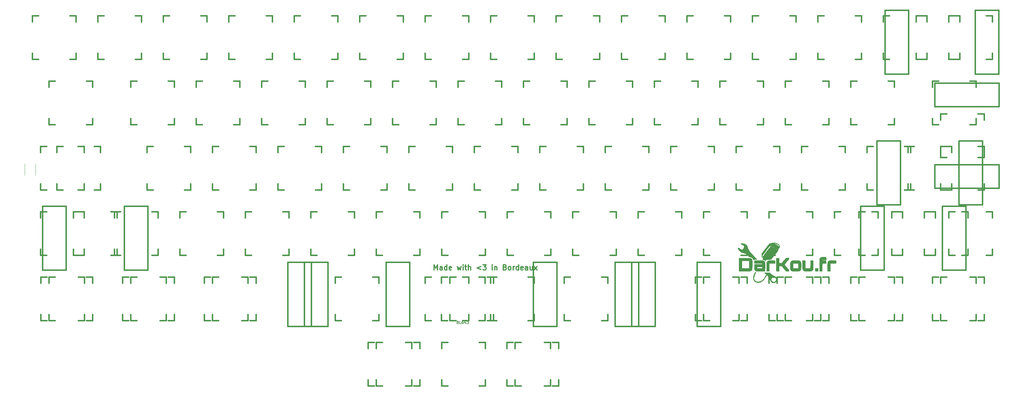
<source format=gto>
G04 #@! TF.FileFunction,Legend,Top*
%FSLAX46Y46*%
G04 Gerber Fmt 4.6, Leading zero omitted, Abs format (unit mm)*
G04 Created by KiCad (PCBNEW 4.0.7+dfsg1-1) date Sat Oct 21 15:09:21 2017*
%MOMM*%
%LPD*%
G01*
G04 APERTURE LIST*
%ADD10C,0.100000*%
%ADD11C,0.300000*%
%ADD12C,0.381000*%
%ADD13C,0.120000*%
%ADD14C,0.010000*%
%ADD15C,0.150000*%
G04 APERTURE END LIST*
D10*
D11*
X183520893Y-116734821D02*
X183520893Y-115234821D01*
X184020893Y-116306250D01*
X184520893Y-115234821D01*
X184520893Y-116734821D01*
X185878036Y-116734821D02*
X185878036Y-115949107D01*
X185806607Y-115806250D01*
X185663750Y-115734821D01*
X185378036Y-115734821D01*
X185235179Y-115806250D01*
X185878036Y-116663393D02*
X185735179Y-116734821D01*
X185378036Y-116734821D01*
X185235179Y-116663393D01*
X185163750Y-116520536D01*
X185163750Y-116377679D01*
X185235179Y-116234821D01*
X185378036Y-116163393D01*
X185735179Y-116163393D01*
X185878036Y-116091964D01*
X187235179Y-116734821D02*
X187235179Y-115234821D01*
X187235179Y-116663393D02*
X187092322Y-116734821D01*
X186806608Y-116734821D01*
X186663750Y-116663393D01*
X186592322Y-116591964D01*
X186520893Y-116449107D01*
X186520893Y-116020536D01*
X186592322Y-115877679D01*
X186663750Y-115806250D01*
X186806608Y-115734821D01*
X187092322Y-115734821D01*
X187235179Y-115806250D01*
X188520893Y-116663393D02*
X188378036Y-116734821D01*
X188092322Y-116734821D01*
X187949465Y-116663393D01*
X187878036Y-116520536D01*
X187878036Y-115949107D01*
X187949465Y-115806250D01*
X188092322Y-115734821D01*
X188378036Y-115734821D01*
X188520893Y-115806250D01*
X188592322Y-115949107D01*
X188592322Y-116091964D01*
X187878036Y-116234821D01*
X190235179Y-115734821D02*
X190520893Y-116734821D01*
X190806607Y-116020536D01*
X191092322Y-116734821D01*
X191378036Y-115734821D01*
X191949465Y-116734821D02*
X191949465Y-115734821D01*
X191949465Y-115234821D02*
X191878036Y-115306250D01*
X191949465Y-115377679D01*
X192020893Y-115306250D01*
X191949465Y-115234821D01*
X191949465Y-115377679D01*
X192449465Y-115734821D02*
X193020894Y-115734821D01*
X192663751Y-115234821D02*
X192663751Y-116520536D01*
X192735179Y-116663393D01*
X192878037Y-116734821D01*
X193020894Y-116734821D01*
X193520894Y-116734821D02*
X193520894Y-115234821D01*
X194163751Y-116734821D02*
X194163751Y-115949107D01*
X194092322Y-115806250D01*
X193949465Y-115734821D01*
X193735180Y-115734821D01*
X193592322Y-115806250D01*
X193520894Y-115877679D01*
X197163751Y-115734821D02*
X196020894Y-116163393D01*
X197163751Y-116591964D01*
X197735180Y-115234821D02*
X198663751Y-115234821D01*
X198163751Y-115806250D01*
X198378037Y-115806250D01*
X198520894Y-115877679D01*
X198592323Y-115949107D01*
X198663751Y-116091964D01*
X198663751Y-116449107D01*
X198592323Y-116591964D01*
X198520894Y-116663393D01*
X198378037Y-116734821D01*
X197949465Y-116734821D01*
X197806608Y-116663393D01*
X197735180Y-116591964D01*
X200449465Y-116734821D02*
X200449465Y-115734821D01*
X200449465Y-115234821D02*
X200378036Y-115306250D01*
X200449465Y-115377679D01*
X200520893Y-115306250D01*
X200449465Y-115234821D01*
X200449465Y-115377679D01*
X201163751Y-115734821D02*
X201163751Y-116734821D01*
X201163751Y-115877679D02*
X201235179Y-115806250D01*
X201378037Y-115734821D01*
X201592322Y-115734821D01*
X201735179Y-115806250D01*
X201806608Y-115949107D01*
X201806608Y-116734821D01*
X204163751Y-115949107D02*
X204378037Y-116020536D01*
X204449465Y-116091964D01*
X204520894Y-116234821D01*
X204520894Y-116449107D01*
X204449465Y-116591964D01*
X204378037Y-116663393D01*
X204235179Y-116734821D01*
X203663751Y-116734821D01*
X203663751Y-115234821D01*
X204163751Y-115234821D01*
X204306608Y-115306250D01*
X204378037Y-115377679D01*
X204449465Y-115520536D01*
X204449465Y-115663393D01*
X204378037Y-115806250D01*
X204306608Y-115877679D01*
X204163751Y-115949107D01*
X203663751Y-115949107D01*
X205378037Y-116734821D02*
X205235179Y-116663393D01*
X205163751Y-116591964D01*
X205092322Y-116449107D01*
X205092322Y-116020536D01*
X205163751Y-115877679D01*
X205235179Y-115806250D01*
X205378037Y-115734821D01*
X205592322Y-115734821D01*
X205735179Y-115806250D01*
X205806608Y-115877679D01*
X205878037Y-116020536D01*
X205878037Y-116449107D01*
X205806608Y-116591964D01*
X205735179Y-116663393D01*
X205592322Y-116734821D01*
X205378037Y-116734821D01*
X206520894Y-116734821D02*
X206520894Y-115734821D01*
X206520894Y-116020536D02*
X206592322Y-115877679D01*
X206663751Y-115806250D01*
X206806608Y-115734821D01*
X206949465Y-115734821D01*
X208092322Y-116734821D02*
X208092322Y-115234821D01*
X208092322Y-116663393D02*
X207949465Y-116734821D01*
X207663751Y-116734821D01*
X207520893Y-116663393D01*
X207449465Y-116591964D01*
X207378036Y-116449107D01*
X207378036Y-116020536D01*
X207449465Y-115877679D01*
X207520893Y-115806250D01*
X207663751Y-115734821D01*
X207949465Y-115734821D01*
X208092322Y-115806250D01*
X209378036Y-116663393D02*
X209235179Y-116734821D01*
X208949465Y-116734821D01*
X208806608Y-116663393D01*
X208735179Y-116520536D01*
X208735179Y-115949107D01*
X208806608Y-115806250D01*
X208949465Y-115734821D01*
X209235179Y-115734821D01*
X209378036Y-115806250D01*
X209449465Y-115949107D01*
X209449465Y-116091964D01*
X208735179Y-116234821D01*
X210735179Y-116734821D02*
X210735179Y-115949107D01*
X210663750Y-115806250D01*
X210520893Y-115734821D01*
X210235179Y-115734821D01*
X210092322Y-115806250D01*
X210735179Y-116663393D02*
X210592322Y-116734821D01*
X210235179Y-116734821D01*
X210092322Y-116663393D01*
X210020893Y-116520536D01*
X210020893Y-116377679D01*
X210092322Y-116234821D01*
X210235179Y-116163393D01*
X210592322Y-116163393D01*
X210735179Y-116091964D01*
X212092322Y-115734821D02*
X212092322Y-116734821D01*
X211449465Y-115734821D02*
X211449465Y-116520536D01*
X211520893Y-116663393D01*
X211663751Y-116734821D01*
X211878036Y-116734821D01*
X212020893Y-116663393D01*
X212092322Y-116591964D01*
X212663751Y-116734821D02*
X213449465Y-115734821D01*
X212663751Y-115734821D02*
X213449465Y-116734821D01*
D12*
X140938500Y-114513250D02*
X140938500Y-133182250D01*
X140938500Y-133182250D02*
X147796500Y-133182250D01*
X147796500Y-133182250D02*
X147796500Y-114513250D01*
X147796500Y-114513250D02*
X140938500Y-114513250D01*
X68987500Y-118831250D02*
X70765500Y-118831250D01*
X79909500Y-118831250D02*
X81687500Y-118831250D01*
X81687500Y-118831250D02*
X81687500Y-120609250D01*
X81687500Y-129753250D02*
X81687500Y-131531250D01*
X81687500Y-131531250D02*
X79909500Y-131531250D01*
X70765500Y-131531250D02*
X68987500Y-131531250D01*
X68987500Y-131531250D02*
X68987500Y-129753250D01*
X68987500Y-120609250D02*
X68987500Y-118831250D01*
X66598750Y-42631250D02*
X68376750Y-42631250D01*
X77520750Y-42631250D02*
X79298750Y-42631250D01*
X79298750Y-42631250D02*
X79298750Y-44409250D01*
X79298750Y-53553250D02*
X79298750Y-55331250D01*
X79298750Y-55331250D02*
X77520750Y-55331250D01*
X68376750Y-55331250D02*
X66598750Y-55331250D01*
X66598750Y-55331250D02*
X66598750Y-53553250D01*
X66598750Y-44409250D02*
X66598750Y-42631250D01*
X307112500Y-118831250D02*
X308890500Y-118831250D01*
X318034500Y-118831250D02*
X319812500Y-118831250D01*
X319812500Y-118831250D02*
X319812500Y-120609250D01*
X319812500Y-129753250D02*
X319812500Y-131531250D01*
X319812500Y-131531250D02*
X318034500Y-131531250D01*
X308890500Y-131531250D02*
X307112500Y-131531250D01*
X307112500Y-131531250D02*
X307112500Y-129753250D01*
X307112500Y-120609250D02*
X307112500Y-118831250D01*
X71368750Y-61681250D02*
X73146750Y-61681250D01*
X82290750Y-61681250D02*
X84068750Y-61681250D01*
X84068750Y-61681250D02*
X84068750Y-63459250D01*
X84068750Y-72603250D02*
X84068750Y-74381250D01*
X84068750Y-74381250D02*
X82290750Y-74381250D01*
X73146750Y-74381250D02*
X71368750Y-74381250D01*
X71368750Y-74381250D02*
X71368750Y-72603250D01*
X71368750Y-63459250D02*
X71368750Y-61681250D01*
X73723750Y-80731250D02*
X75501750Y-80731250D01*
X84645750Y-80731250D02*
X86423750Y-80731250D01*
X86423750Y-80731250D02*
X86423750Y-82509250D01*
X86423750Y-91653250D02*
X86423750Y-93431250D01*
X86423750Y-93431250D02*
X84645750Y-93431250D01*
X75501750Y-93431250D02*
X73723750Y-93431250D01*
X73723750Y-93431250D02*
X73723750Y-91653250D01*
X73723750Y-82509250D02*
X73723750Y-80731250D01*
X68961250Y-80731250D02*
X70739250Y-80731250D01*
X79883250Y-80731250D02*
X81661250Y-80731250D01*
X81661250Y-80731250D02*
X81661250Y-82509250D01*
X81661250Y-91653250D02*
X81661250Y-93431250D01*
X81661250Y-93431250D02*
X79883250Y-93431250D01*
X70739250Y-93431250D02*
X68961250Y-93431250D01*
X68961250Y-93431250D02*
X68961250Y-91653250D01*
X68961250Y-82509250D02*
X68961250Y-80731250D01*
X71368750Y-118831250D02*
X73146750Y-118831250D01*
X82290750Y-118831250D02*
X84068750Y-118831250D01*
X84068750Y-118831250D02*
X84068750Y-120609250D01*
X84068750Y-129753250D02*
X84068750Y-131531250D01*
X84068750Y-131531250D02*
X82290750Y-131531250D01*
X73146750Y-131531250D02*
X71368750Y-131531250D01*
X71368750Y-131531250D02*
X71368750Y-129753250D01*
X71368750Y-120609250D02*
X71368750Y-118831250D01*
X85656250Y-42631250D02*
X87434250Y-42631250D01*
X96578250Y-42631250D02*
X98356250Y-42631250D01*
X98356250Y-42631250D02*
X98356250Y-44409250D01*
X98356250Y-53553250D02*
X98356250Y-55331250D01*
X98356250Y-55331250D02*
X96578250Y-55331250D01*
X87434250Y-55331250D02*
X85656250Y-55331250D01*
X85656250Y-55331250D02*
X85656250Y-53553250D01*
X85656250Y-44409250D02*
X85656250Y-42631250D01*
X95181250Y-61681250D02*
X96959250Y-61681250D01*
X106103250Y-61681250D02*
X107881250Y-61681250D01*
X107881250Y-61681250D02*
X107881250Y-63459250D01*
X107881250Y-72603250D02*
X107881250Y-74381250D01*
X107881250Y-74381250D02*
X106103250Y-74381250D01*
X96959250Y-74381250D02*
X95181250Y-74381250D01*
X95181250Y-74381250D02*
X95181250Y-72603250D01*
X95181250Y-63459250D02*
X95181250Y-61681250D01*
X99943750Y-80731250D02*
X101721750Y-80731250D01*
X110865750Y-80731250D02*
X112643750Y-80731250D01*
X112643750Y-80731250D02*
X112643750Y-82509250D01*
X112643750Y-91653250D02*
X112643750Y-93431250D01*
X112643750Y-93431250D02*
X110865750Y-93431250D01*
X101721750Y-93431250D02*
X99943750Y-93431250D01*
X99943750Y-93431250D02*
X99943750Y-91653250D01*
X99943750Y-82509250D02*
X99943750Y-80731250D01*
X90418750Y-99781250D02*
X92196750Y-99781250D01*
X101340750Y-99781250D02*
X103118750Y-99781250D01*
X103118750Y-99781250D02*
X103118750Y-101559250D01*
X103118750Y-110703250D02*
X103118750Y-112481250D01*
X103118750Y-112481250D02*
X101340750Y-112481250D01*
X92196750Y-112481250D02*
X90418750Y-112481250D01*
X90418750Y-112481250D02*
X90418750Y-110703250D01*
X90418750Y-101559250D02*
X90418750Y-99781250D01*
X92800000Y-118831250D02*
X94578000Y-118831250D01*
X103722000Y-118831250D02*
X105500000Y-118831250D01*
X105500000Y-118831250D02*
X105500000Y-120609250D01*
X105500000Y-129753250D02*
X105500000Y-131531250D01*
X105500000Y-131531250D02*
X103722000Y-131531250D01*
X94578000Y-131531250D02*
X92800000Y-131531250D01*
X92800000Y-131531250D02*
X92800000Y-129753250D01*
X92800000Y-120609250D02*
X92800000Y-118831250D01*
X95181250Y-118831250D02*
X96959250Y-118831250D01*
X106103250Y-118831250D02*
X107881250Y-118831250D01*
X107881250Y-118831250D02*
X107881250Y-120609250D01*
X107881250Y-129753250D02*
X107881250Y-131531250D01*
X107881250Y-131531250D02*
X106103250Y-131531250D01*
X96959250Y-131531250D02*
X95181250Y-131531250D01*
X95181250Y-131531250D02*
X95181250Y-129753250D01*
X95181250Y-120609250D02*
X95181250Y-118831250D01*
X104706250Y-42631250D02*
X106484250Y-42631250D01*
X115628250Y-42631250D02*
X117406250Y-42631250D01*
X117406250Y-42631250D02*
X117406250Y-44409250D01*
X117406250Y-53553250D02*
X117406250Y-55331250D01*
X117406250Y-55331250D02*
X115628250Y-55331250D01*
X106484250Y-55331250D02*
X104706250Y-55331250D01*
X104706250Y-55331250D02*
X104706250Y-53553250D01*
X104706250Y-44409250D02*
X104706250Y-42631250D01*
X114231250Y-61681250D02*
X116009250Y-61681250D01*
X125153250Y-61681250D02*
X126931250Y-61681250D01*
X126931250Y-61681250D02*
X126931250Y-63459250D01*
X126931250Y-72603250D02*
X126931250Y-74381250D01*
X126931250Y-74381250D02*
X125153250Y-74381250D01*
X116009250Y-74381250D02*
X114231250Y-74381250D01*
X114231250Y-74381250D02*
X114231250Y-72603250D01*
X114231250Y-63459250D02*
X114231250Y-61681250D01*
X118993750Y-80731250D02*
X120771750Y-80731250D01*
X129915750Y-80731250D02*
X131693750Y-80731250D01*
X131693750Y-80731250D02*
X131693750Y-82509250D01*
X131693750Y-91653250D02*
X131693750Y-93431250D01*
X131693750Y-93431250D02*
X129915750Y-93431250D01*
X120771750Y-93431250D02*
X118993750Y-93431250D01*
X118993750Y-93431250D02*
X118993750Y-91653250D01*
X118993750Y-82509250D02*
X118993750Y-80731250D01*
X109468750Y-99781250D02*
X111246750Y-99781250D01*
X120390750Y-99781250D02*
X122168750Y-99781250D01*
X122168750Y-99781250D02*
X122168750Y-101559250D01*
X122168750Y-110703250D02*
X122168750Y-112481250D01*
X122168750Y-112481250D02*
X120390750Y-112481250D01*
X111246750Y-112481250D02*
X109468750Y-112481250D01*
X109468750Y-112481250D02*
X109468750Y-110703250D01*
X109468750Y-101559250D02*
X109468750Y-99781250D01*
X116612500Y-118831250D02*
X118390500Y-118831250D01*
X127534500Y-118831250D02*
X129312500Y-118831250D01*
X129312500Y-118831250D02*
X129312500Y-120609250D01*
X129312500Y-129753250D02*
X129312500Y-131531250D01*
X129312500Y-131531250D02*
X127534500Y-131531250D01*
X118390500Y-131531250D02*
X116612500Y-131531250D01*
X116612500Y-131531250D02*
X116612500Y-129753250D01*
X116612500Y-120609250D02*
X116612500Y-118831250D01*
X118993750Y-118831250D02*
X120771750Y-118831250D01*
X129915750Y-118831250D02*
X131693750Y-118831250D01*
X131693750Y-118831250D02*
X131693750Y-120609250D01*
X131693750Y-129753250D02*
X131693750Y-131531250D01*
X131693750Y-131531250D02*
X129915750Y-131531250D01*
X120771750Y-131531250D02*
X118993750Y-131531250D01*
X118993750Y-131531250D02*
X118993750Y-129753250D01*
X118993750Y-120609250D02*
X118993750Y-118831250D01*
X123756250Y-42631250D02*
X125534250Y-42631250D01*
X134678250Y-42631250D02*
X136456250Y-42631250D01*
X136456250Y-42631250D02*
X136456250Y-44409250D01*
X136456250Y-53553250D02*
X136456250Y-55331250D01*
X136456250Y-55331250D02*
X134678250Y-55331250D01*
X125534250Y-55331250D02*
X123756250Y-55331250D01*
X123756250Y-55331250D02*
X123756250Y-53553250D01*
X123756250Y-44409250D02*
X123756250Y-42631250D01*
X133281250Y-61681250D02*
X135059250Y-61681250D01*
X144203250Y-61681250D02*
X145981250Y-61681250D01*
X145981250Y-61681250D02*
X145981250Y-63459250D01*
X145981250Y-72603250D02*
X145981250Y-74381250D01*
X145981250Y-74381250D02*
X144203250Y-74381250D01*
X135059250Y-74381250D02*
X133281250Y-74381250D01*
X133281250Y-74381250D02*
X133281250Y-72603250D01*
X133281250Y-63459250D02*
X133281250Y-61681250D01*
X138043750Y-80731250D02*
X139821750Y-80731250D01*
X148965750Y-80731250D02*
X150743750Y-80731250D01*
X150743750Y-80731250D02*
X150743750Y-82509250D01*
X150743750Y-91653250D02*
X150743750Y-93431250D01*
X150743750Y-93431250D02*
X148965750Y-93431250D01*
X139821750Y-93431250D02*
X138043750Y-93431250D01*
X138043750Y-93431250D02*
X138043750Y-91653250D01*
X138043750Y-82509250D02*
X138043750Y-80731250D01*
X128518750Y-99781250D02*
X130296750Y-99781250D01*
X139440750Y-99781250D02*
X141218750Y-99781250D01*
X141218750Y-99781250D02*
X141218750Y-101559250D01*
X141218750Y-110703250D02*
X141218750Y-112481250D01*
X141218750Y-112481250D02*
X139440750Y-112481250D01*
X130296750Y-112481250D02*
X128518750Y-112481250D01*
X128518750Y-112481250D02*
X128518750Y-110703250D01*
X128518750Y-101559250D02*
X128518750Y-99781250D01*
X166618750Y-137881250D02*
X168396750Y-137881250D01*
X177540750Y-137881250D02*
X179318750Y-137881250D01*
X179318750Y-137881250D02*
X179318750Y-139659250D01*
X179318750Y-148803250D02*
X179318750Y-150581250D01*
X179318750Y-150581250D02*
X177540750Y-150581250D01*
X168396750Y-150581250D02*
X166618750Y-150581250D01*
X166618750Y-150581250D02*
X166618750Y-148803250D01*
X166618750Y-139659250D02*
X166618750Y-137881250D01*
X164237500Y-137881250D02*
X166015500Y-137881250D01*
X175159500Y-137881250D02*
X176937500Y-137881250D01*
X176937500Y-137881250D02*
X176937500Y-139659250D01*
X176937500Y-148803250D02*
X176937500Y-150581250D01*
X176937500Y-150581250D02*
X175159500Y-150581250D01*
X166015500Y-150581250D02*
X164237500Y-150581250D01*
X164237500Y-150581250D02*
X164237500Y-148803250D01*
X164237500Y-139659250D02*
X164237500Y-137881250D01*
X142806250Y-42631250D02*
X144584250Y-42631250D01*
X153728250Y-42631250D02*
X155506250Y-42631250D01*
X155506250Y-42631250D02*
X155506250Y-44409250D01*
X155506250Y-53553250D02*
X155506250Y-55331250D01*
X155506250Y-55331250D02*
X153728250Y-55331250D01*
X144584250Y-55331250D02*
X142806250Y-55331250D01*
X142806250Y-55331250D02*
X142806250Y-53553250D01*
X142806250Y-44409250D02*
X142806250Y-42631250D01*
X152331250Y-61681250D02*
X154109250Y-61681250D01*
X163253250Y-61681250D02*
X165031250Y-61681250D01*
X165031250Y-61681250D02*
X165031250Y-63459250D01*
X165031250Y-72603250D02*
X165031250Y-74381250D01*
X165031250Y-74381250D02*
X163253250Y-74381250D01*
X154109250Y-74381250D02*
X152331250Y-74381250D01*
X152331250Y-74381250D02*
X152331250Y-72603250D01*
X152331250Y-63459250D02*
X152331250Y-61681250D01*
X157093750Y-80731250D02*
X158871750Y-80731250D01*
X168015750Y-80731250D02*
X169793750Y-80731250D01*
X169793750Y-80731250D02*
X169793750Y-82509250D01*
X169793750Y-91653250D02*
X169793750Y-93431250D01*
X169793750Y-93431250D02*
X168015750Y-93431250D01*
X158871750Y-93431250D02*
X157093750Y-93431250D01*
X157093750Y-93431250D02*
X157093750Y-91653250D01*
X157093750Y-82509250D02*
X157093750Y-80731250D01*
X147568750Y-99781250D02*
X149346750Y-99781250D01*
X158490750Y-99781250D02*
X160268750Y-99781250D01*
X160268750Y-99781250D02*
X160268750Y-101559250D01*
X160268750Y-110703250D02*
X160268750Y-112481250D01*
X160268750Y-112481250D02*
X158490750Y-112481250D01*
X149346750Y-112481250D02*
X147568750Y-112481250D01*
X147568750Y-112481250D02*
X147568750Y-110703250D01*
X147568750Y-101559250D02*
X147568750Y-99781250D01*
X185668750Y-137881250D02*
X187446750Y-137881250D01*
X196590750Y-137881250D02*
X198368750Y-137881250D01*
X198368750Y-137881250D02*
X198368750Y-139659250D01*
X198368750Y-148803250D02*
X198368750Y-150581250D01*
X198368750Y-150581250D02*
X196590750Y-150581250D01*
X187446750Y-150581250D02*
X185668750Y-150581250D01*
X185668750Y-150581250D02*
X185668750Y-148803250D01*
X185668750Y-139659250D02*
X185668750Y-137881250D01*
X161856250Y-42631250D02*
X163634250Y-42631250D01*
X172778250Y-42631250D02*
X174556250Y-42631250D01*
X174556250Y-42631250D02*
X174556250Y-44409250D01*
X174556250Y-53553250D02*
X174556250Y-55331250D01*
X174556250Y-55331250D02*
X172778250Y-55331250D01*
X163634250Y-55331250D02*
X161856250Y-55331250D01*
X161856250Y-55331250D02*
X161856250Y-53553250D01*
X161856250Y-44409250D02*
X161856250Y-42631250D01*
X171381250Y-61681250D02*
X173159250Y-61681250D01*
X182303250Y-61681250D02*
X184081250Y-61681250D01*
X184081250Y-61681250D02*
X184081250Y-63459250D01*
X184081250Y-72603250D02*
X184081250Y-74381250D01*
X184081250Y-74381250D02*
X182303250Y-74381250D01*
X173159250Y-74381250D02*
X171381250Y-74381250D01*
X171381250Y-74381250D02*
X171381250Y-72603250D01*
X171381250Y-63459250D02*
X171381250Y-61681250D01*
X176143750Y-80731250D02*
X177921750Y-80731250D01*
X187065750Y-80731250D02*
X188843750Y-80731250D01*
X188843750Y-80731250D02*
X188843750Y-82509250D01*
X188843750Y-91653250D02*
X188843750Y-93431250D01*
X188843750Y-93431250D02*
X187065750Y-93431250D01*
X177921750Y-93431250D02*
X176143750Y-93431250D01*
X176143750Y-93431250D02*
X176143750Y-91653250D01*
X176143750Y-82509250D02*
X176143750Y-80731250D01*
X166618750Y-99781250D02*
X168396750Y-99781250D01*
X177540750Y-99781250D02*
X179318750Y-99781250D01*
X179318750Y-99781250D02*
X179318750Y-101559250D01*
X179318750Y-110703250D02*
X179318750Y-112481250D01*
X179318750Y-112481250D02*
X177540750Y-112481250D01*
X168396750Y-112481250D02*
X166618750Y-112481250D01*
X166618750Y-112481250D02*
X166618750Y-110703250D01*
X166618750Y-101559250D02*
X166618750Y-99781250D01*
X180906250Y-42631250D02*
X182684250Y-42631250D01*
X191828250Y-42631250D02*
X193606250Y-42631250D01*
X193606250Y-42631250D02*
X193606250Y-44409250D01*
X193606250Y-53553250D02*
X193606250Y-55331250D01*
X193606250Y-55331250D02*
X191828250Y-55331250D01*
X182684250Y-55331250D02*
X180906250Y-55331250D01*
X180906250Y-55331250D02*
X180906250Y-53553250D01*
X180906250Y-44409250D02*
X180906250Y-42631250D01*
X190431250Y-61681250D02*
X192209250Y-61681250D01*
X201353250Y-61681250D02*
X203131250Y-61681250D01*
X203131250Y-61681250D02*
X203131250Y-63459250D01*
X203131250Y-72603250D02*
X203131250Y-74381250D01*
X203131250Y-74381250D02*
X201353250Y-74381250D01*
X192209250Y-74381250D02*
X190431250Y-74381250D01*
X190431250Y-74381250D02*
X190431250Y-72603250D01*
X190431250Y-63459250D02*
X190431250Y-61681250D01*
X195193750Y-80731250D02*
X196971750Y-80731250D01*
X206115750Y-80731250D02*
X207893750Y-80731250D01*
X207893750Y-80731250D02*
X207893750Y-82509250D01*
X207893750Y-91653250D02*
X207893750Y-93431250D01*
X207893750Y-93431250D02*
X206115750Y-93431250D01*
X196971750Y-93431250D02*
X195193750Y-93431250D01*
X195193750Y-93431250D02*
X195193750Y-91653250D01*
X195193750Y-82509250D02*
X195193750Y-80731250D01*
X185668750Y-99781250D02*
X187446750Y-99781250D01*
X196590750Y-99781250D02*
X198368750Y-99781250D01*
X198368750Y-99781250D02*
X198368750Y-101559250D01*
X198368750Y-110703250D02*
X198368750Y-112481250D01*
X198368750Y-112481250D02*
X196590750Y-112481250D01*
X187446750Y-112481250D02*
X185668750Y-112481250D01*
X185668750Y-112481250D02*
X185668750Y-110703250D01*
X185668750Y-101559250D02*
X185668750Y-99781250D01*
X199956250Y-42631250D02*
X201734250Y-42631250D01*
X210878250Y-42631250D02*
X212656250Y-42631250D01*
X212656250Y-42631250D02*
X212656250Y-44409250D01*
X212656250Y-53553250D02*
X212656250Y-55331250D01*
X212656250Y-55331250D02*
X210878250Y-55331250D01*
X201734250Y-55331250D02*
X199956250Y-55331250D01*
X199956250Y-55331250D02*
X199956250Y-53553250D01*
X199956250Y-44409250D02*
X199956250Y-42631250D01*
X209481250Y-61681250D02*
X211259250Y-61681250D01*
X220403250Y-61681250D02*
X222181250Y-61681250D01*
X222181250Y-61681250D02*
X222181250Y-63459250D01*
X222181250Y-72603250D02*
X222181250Y-74381250D01*
X222181250Y-74381250D02*
X220403250Y-74381250D01*
X211259250Y-74381250D02*
X209481250Y-74381250D01*
X209481250Y-74381250D02*
X209481250Y-72603250D01*
X209481250Y-63459250D02*
X209481250Y-61681250D01*
X214243750Y-80731250D02*
X216021750Y-80731250D01*
X225165750Y-80731250D02*
X226943750Y-80731250D01*
X226943750Y-80731250D02*
X226943750Y-82509250D01*
X226943750Y-91653250D02*
X226943750Y-93431250D01*
X226943750Y-93431250D02*
X225165750Y-93431250D01*
X216021750Y-93431250D02*
X214243750Y-93431250D01*
X214243750Y-93431250D02*
X214243750Y-91653250D01*
X214243750Y-82509250D02*
X214243750Y-80731250D01*
X204718750Y-99781250D02*
X206496750Y-99781250D01*
X215640750Y-99781250D02*
X217418750Y-99781250D01*
X217418750Y-99781250D02*
X217418750Y-101559250D01*
X217418750Y-110703250D02*
X217418750Y-112481250D01*
X217418750Y-112481250D02*
X215640750Y-112481250D01*
X206496750Y-112481250D02*
X204718750Y-112481250D01*
X204718750Y-112481250D02*
X204718750Y-110703250D01*
X204718750Y-101559250D02*
X204718750Y-99781250D01*
X219006250Y-42631250D02*
X220784250Y-42631250D01*
X229928250Y-42631250D02*
X231706250Y-42631250D01*
X231706250Y-42631250D02*
X231706250Y-44409250D01*
X231706250Y-53553250D02*
X231706250Y-55331250D01*
X231706250Y-55331250D02*
X229928250Y-55331250D01*
X220784250Y-55331250D02*
X219006250Y-55331250D01*
X219006250Y-55331250D02*
X219006250Y-53553250D01*
X219006250Y-44409250D02*
X219006250Y-42631250D01*
X228531250Y-61681250D02*
X230309250Y-61681250D01*
X239453250Y-61681250D02*
X241231250Y-61681250D01*
X241231250Y-61681250D02*
X241231250Y-63459250D01*
X241231250Y-72603250D02*
X241231250Y-74381250D01*
X241231250Y-74381250D02*
X239453250Y-74381250D01*
X230309250Y-74381250D02*
X228531250Y-74381250D01*
X228531250Y-74381250D02*
X228531250Y-72603250D01*
X228531250Y-63459250D02*
X228531250Y-61681250D01*
X233293750Y-80731250D02*
X235071750Y-80731250D01*
X244215750Y-80731250D02*
X245993750Y-80731250D01*
X245993750Y-80731250D02*
X245993750Y-82509250D01*
X245993750Y-91653250D02*
X245993750Y-93431250D01*
X245993750Y-93431250D02*
X244215750Y-93431250D01*
X235071750Y-93431250D02*
X233293750Y-93431250D01*
X233293750Y-93431250D02*
X233293750Y-91653250D01*
X233293750Y-82509250D02*
X233293750Y-80731250D01*
X223768750Y-99781250D02*
X225546750Y-99781250D01*
X234690750Y-99781250D02*
X236468750Y-99781250D01*
X236468750Y-99781250D02*
X236468750Y-101559250D01*
X236468750Y-110703250D02*
X236468750Y-112481250D01*
X236468750Y-112481250D02*
X234690750Y-112481250D01*
X225546750Y-112481250D02*
X223768750Y-112481250D01*
X223768750Y-112481250D02*
X223768750Y-110703250D01*
X223768750Y-101559250D02*
X223768750Y-99781250D01*
X238056250Y-42631250D02*
X239834250Y-42631250D01*
X248978250Y-42631250D02*
X250756250Y-42631250D01*
X250756250Y-42631250D02*
X250756250Y-44409250D01*
X250756250Y-53553250D02*
X250756250Y-55331250D01*
X250756250Y-55331250D02*
X248978250Y-55331250D01*
X239834250Y-55331250D02*
X238056250Y-55331250D01*
X238056250Y-55331250D02*
X238056250Y-53553250D01*
X238056250Y-44409250D02*
X238056250Y-42631250D01*
X247581250Y-61681250D02*
X249359250Y-61681250D01*
X258503250Y-61681250D02*
X260281250Y-61681250D01*
X260281250Y-61681250D02*
X260281250Y-63459250D01*
X260281250Y-72603250D02*
X260281250Y-74381250D01*
X260281250Y-74381250D02*
X258503250Y-74381250D01*
X249359250Y-74381250D02*
X247581250Y-74381250D01*
X247581250Y-74381250D02*
X247581250Y-72603250D01*
X247581250Y-63459250D02*
X247581250Y-61681250D01*
X252343750Y-80731250D02*
X254121750Y-80731250D01*
X263265750Y-80731250D02*
X265043750Y-80731250D01*
X265043750Y-80731250D02*
X265043750Y-82509250D01*
X265043750Y-91653250D02*
X265043750Y-93431250D01*
X265043750Y-93431250D02*
X263265750Y-93431250D01*
X254121750Y-93431250D02*
X252343750Y-93431250D01*
X252343750Y-93431250D02*
X252343750Y-91653250D01*
X252343750Y-82509250D02*
X252343750Y-80731250D01*
X242818750Y-99781250D02*
X244596750Y-99781250D01*
X253740750Y-99781250D02*
X255518750Y-99781250D01*
X255518750Y-99781250D02*
X255518750Y-101559250D01*
X255518750Y-110703250D02*
X255518750Y-112481250D01*
X255518750Y-112481250D02*
X253740750Y-112481250D01*
X244596750Y-112481250D02*
X242818750Y-112481250D01*
X242818750Y-112481250D02*
X242818750Y-110703250D01*
X242818750Y-101559250D02*
X242818750Y-99781250D01*
X333306250Y-42631250D02*
X335084250Y-42631250D01*
X344228250Y-42631250D02*
X346006250Y-42631250D01*
X346006250Y-42631250D02*
X346006250Y-44409250D01*
X346006250Y-53553250D02*
X346006250Y-55331250D01*
X346006250Y-55331250D02*
X344228250Y-55331250D01*
X335084250Y-55331250D02*
X333306250Y-55331250D01*
X333306250Y-55331250D02*
X333306250Y-53553250D01*
X333306250Y-44409250D02*
X333306250Y-42631250D01*
X257106250Y-42631250D02*
X258884250Y-42631250D01*
X268028250Y-42631250D02*
X269806250Y-42631250D01*
X269806250Y-42631250D02*
X269806250Y-44409250D01*
X269806250Y-53553250D02*
X269806250Y-55331250D01*
X269806250Y-55331250D02*
X268028250Y-55331250D01*
X258884250Y-55331250D02*
X257106250Y-55331250D01*
X257106250Y-55331250D02*
X257106250Y-53553250D01*
X257106250Y-44409250D02*
X257106250Y-42631250D01*
X266631250Y-61681250D02*
X268409250Y-61681250D01*
X277553250Y-61681250D02*
X279331250Y-61681250D01*
X279331250Y-61681250D02*
X279331250Y-63459250D01*
X279331250Y-72603250D02*
X279331250Y-74381250D01*
X279331250Y-74381250D02*
X277553250Y-74381250D01*
X268409250Y-74381250D02*
X266631250Y-74381250D01*
X266631250Y-74381250D02*
X266631250Y-72603250D01*
X266631250Y-63459250D02*
X266631250Y-61681250D01*
X271393750Y-80731250D02*
X273171750Y-80731250D01*
X282315750Y-80731250D02*
X284093750Y-80731250D01*
X284093750Y-80731250D02*
X284093750Y-82509250D01*
X284093750Y-91653250D02*
X284093750Y-93431250D01*
X284093750Y-93431250D02*
X282315750Y-93431250D01*
X273171750Y-93431250D02*
X271393750Y-93431250D01*
X271393750Y-93431250D02*
X271393750Y-91653250D01*
X271393750Y-82509250D02*
X271393750Y-80731250D01*
X261868750Y-99781250D02*
X263646750Y-99781250D01*
X272790750Y-99781250D02*
X274568750Y-99781250D01*
X274568750Y-99781250D02*
X274568750Y-101559250D01*
X274568750Y-110703250D02*
X274568750Y-112481250D01*
X274568750Y-112481250D02*
X272790750Y-112481250D01*
X263646750Y-112481250D02*
X261868750Y-112481250D01*
X261868750Y-112481250D02*
X261868750Y-110703250D01*
X261868750Y-101559250D02*
X261868750Y-99781250D01*
X259487500Y-118831250D02*
X261265500Y-118831250D01*
X270409500Y-118831250D02*
X272187500Y-118831250D01*
X272187500Y-118831250D02*
X272187500Y-120609250D01*
X272187500Y-129753250D02*
X272187500Y-131531250D01*
X272187500Y-131531250D02*
X270409500Y-131531250D01*
X261265500Y-131531250D02*
X259487500Y-131531250D01*
X259487500Y-131531250D02*
X259487500Y-129753250D01*
X259487500Y-120609250D02*
X259487500Y-118831250D01*
X261868750Y-118831250D02*
X263646750Y-118831250D01*
X272790750Y-118831250D02*
X274568750Y-118831250D01*
X274568750Y-118831250D02*
X274568750Y-120609250D01*
X274568750Y-129753250D02*
X274568750Y-131531250D01*
X274568750Y-131531250D02*
X272790750Y-131531250D01*
X263646750Y-131531250D02*
X261868750Y-131531250D01*
X261868750Y-131531250D02*
X261868750Y-129753250D01*
X261868750Y-120609250D02*
X261868750Y-118831250D01*
X276156250Y-42631250D02*
X277934250Y-42631250D01*
X287078250Y-42631250D02*
X288856250Y-42631250D01*
X288856250Y-42631250D02*
X288856250Y-44409250D01*
X288856250Y-53553250D02*
X288856250Y-55331250D01*
X288856250Y-55331250D02*
X287078250Y-55331250D01*
X277934250Y-55331250D02*
X276156250Y-55331250D01*
X276156250Y-55331250D02*
X276156250Y-53553250D01*
X276156250Y-44409250D02*
X276156250Y-42631250D01*
X285681250Y-61681250D02*
X287459250Y-61681250D01*
X296603250Y-61681250D02*
X298381250Y-61681250D01*
X298381250Y-61681250D02*
X298381250Y-63459250D01*
X298381250Y-72603250D02*
X298381250Y-74381250D01*
X298381250Y-74381250D02*
X296603250Y-74381250D01*
X287459250Y-74381250D02*
X285681250Y-74381250D01*
X285681250Y-74381250D02*
X285681250Y-72603250D01*
X285681250Y-63459250D02*
X285681250Y-61681250D01*
X290443750Y-80731250D02*
X292221750Y-80731250D01*
X301365750Y-80731250D02*
X303143750Y-80731250D01*
X303143750Y-80731250D02*
X303143750Y-82509250D01*
X303143750Y-91653250D02*
X303143750Y-93431250D01*
X303143750Y-93431250D02*
X301365750Y-93431250D01*
X292221750Y-93431250D02*
X290443750Y-93431250D01*
X290443750Y-93431250D02*
X290443750Y-91653250D01*
X290443750Y-82509250D02*
X290443750Y-80731250D01*
X280918750Y-99781250D02*
X282696750Y-99781250D01*
X291840750Y-99781250D02*
X293618750Y-99781250D01*
X293618750Y-99781250D02*
X293618750Y-101559250D01*
X293618750Y-110703250D02*
X293618750Y-112481250D01*
X293618750Y-112481250D02*
X291840750Y-112481250D01*
X282696750Y-112481250D02*
X280918750Y-112481250D01*
X280918750Y-112481250D02*
X280918750Y-110703250D01*
X280918750Y-101559250D02*
X280918750Y-99781250D01*
X285681250Y-118831250D02*
X287459250Y-118831250D01*
X296603250Y-118831250D02*
X298381250Y-118831250D01*
X298381250Y-118831250D02*
X298381250Y-120609250D01*
X298381250Y-129753250D02*
X298381250Y-131531250D01*
X298381250Y-131531250D02*
X296603250Y-131531250D01*
X287459250Y-131531250D02*
X285681250Y-131531250D01*
X285681250Y-131531250D02*
X285681250Y-129753250D01*
X285681250Y-120609250D02*
X285681250Y-118831250D01*
X283300000Y-118831250D02*
X285078000Y-118831250D01*
X294222000Y-118831250D02*
X296000000Y-118831250D01*
X296000000Y-118831250D02*
X296000000Y-120609250D01*
X296000000Y-129753250D02*
X296000000Y-131531250D01*
X296000000Y-131531250D02*
X294222000Y-131531250D01*
X285078000Y-131531250D02*
X283300000Y-131531250D01*
X283300000Y-131531250D02*
X283300000Y-129753250D01*
X283300000Y-120609250D02*
X283300000Y-118831250D01*
X280918750Y-118831250D02*
X282696750Y-118831250D01*
X291840750Y-118831250D02*
X293618750Y-118831250D01*
X293618750Y-118831250D02*
X293618750Y-120609250D01*
X293618750Y-129753250D02*
X293618750Y-131531250D01*
X293618750Y-131531250D02*
X291840750Y-131531250D01*
X282696750Y-131531250D02*
X280918750Y-131531250D01*
X280918750Y-131531250D02*
X280918750Y-129753250D01*
X280918750Y-120609250D02*
X280918750Y-118831250D01*
X295206250Y-42631250D02*
X296984250Y-42631250D01*
X306128250Y-42631250D02*
X307906250Y-42631250D01*
X307906250Y-42631250D02*
X307906250Y-44409250D01*
X307906250Y-53553250D02*
X307906250Y-55331250D01*
X307906250Y-55331250D02*
X306128250Y-55331250D01*
X296984250Y-55331250D02*
X295206250Y-55331250D01*
X295206250Y-55331250D02*
X295206250Y-53553250D01*
X295206250Y-44409250D02*
X295206250Y-42631250D01*
X304731250Y-61681250D02*
X306509250Y-61681250D01*
X315653250Y-61681250D02*
X317431250Y-61681250D01*
X317431250Y-61681250D02*
X317431250Y-63459250D01*
X317431250Y-72603250D02*
X317431250Y-74381250D01*
X317431250Y-74381250D02*
X315653250Y-74381250D01*
X306509250Y-74381250D02*
X304731250Y-74381250D01*
X304731250Y-74381250D02*
X304731250Y-72603250D01*
X304731250Y-63459250D02*
X304731250Y-61681250D01*
X309493750Y-80731250D02*
X311271750Y-80731250D01*
X320415750Y-80731250D02*
X322193750Y-80731250D01*
X322193750Y-80731250D02*
X322193750Y-82509250D01*
X322193750Y-91653250D02*
X322193750Y-93431250D01*
X322193750Y-93431250D02*
X320415750Y-93431250D01*
X311271750Y-93431250D02*
X309493750Y-93431250D01*
X309493750Y-93431250D02*
X309493750Y-91653250D01*
X309493750Y-82509250D02*
X309493750Y-80731250D01*
X299968750Y-99781250D02*
X301746750Y-99781250D01*
X310890750Y-99781250D02*
X312668750Y-99781250D01*
X312668750Y-99781250D02*
X312668750Y-101559250D01*
X312668750Y-110703250D02*
X312668750Y-112481250D01*
X312668750Y-112481250D02*
X310890750Y-112481250D01*
X301746750Y-112481250D02*
X299968750Y-112481250D01*
X299968750Y-112481250D02*
X299968750Y-110703250D01*
X299968750Y-101559250D02*
X299968750Y-99781250D01*
X304731250Y-118831250D02*
X306509250Y-118831250D01*
X315653250Y-118831250D02*
X317431250Y-118831250D01*
X317431250Y-118831250D02*
X317431250Y-120609250D01*
X317431250Y-129753250D02*
X317431250Y-131531250D01*
X317431250Y-131531250D02*
X315653250Y-131531250D01*
X306509250Y-131531250D02*
X304731250Y-131531250D01*
X304731250Y-131531250D02*
X304731250Y-129753250D01*
X304731250Y-120609250D02*
X304731250Y-118831250D01*
X314230000Y-42631250D02*
X316008000Y-42631250D01*
X325152000Y-42631250D02*
X326930000Y-42631250D01*
X326930000Y-42631250D02*
X326930000Y-44409250D01*
X326930000Y-53553250D02*
X326930000Y-55331250D01*
X326930000Y-55331250D02*
X325152000Y-55331250D01*
X316008000Y-55331250D02*
X314230000Y-55331250D01*
X314230000Y-55331250D02*
X314230000Y-53553250D01*
X314230000Y-44409250D02*
X314230000Y-42631250D01*
X328543750Y-61681250D02*
X330321750Y-61681250D01*
X339465750Y-61681250D02*
X341243750Y-61681250D01*
X341243750Y-61681250D02*
X341243750Y-63459250D01*
X341243750Y-72603250D02*
X341243750Y-74381250D01*
X341243750Y-74381250D02*
X339465750Y-74381250D01*
X330321750Y-74381250D02*
X328543750Y-74381250D01*
X328543750Y-74381250D02*
X328543750Y-72603250D01*
X328543750Y-63459250D02*
X328543750Y-61681250D01*
X330925000Y-80731250D02*
X332703000Y-80731250D01*
X341847000Y-80731250D02*
X343625000Y-80731250D01*
X343625000Y-80731250D02*
X343625000Y-82509250D01*
X343625000Y-91653250D02*
X343625000Y-93431250D01*
X343625000Y-93431250D02*
X341847000Y-93431250D01*
X332703000Y-93431250D02*
X330925000Y-93431250D01*
X330925000Y-93431250D02*
X330925000Y-91653250D01*
X330925000Y-82509250D02*
X330925000Y-80731250D01*
X343598750Y-71206250D02*
X343598750Y-72984250D01*
X343598750Y-82128250D02*
X343598750Y-83906250D01*
X343598750Y-83906250D02*
X341820750Y-83906250D01*
X332676750Y-83906250D02*
X330898750Y-83906250D01*
X330898750Y-83906250D02*
X330898750Y-82128250D01*
X330898750Y-72984250D02*
X330898750Y-71206250D01*
X330898750Y-71206250D02*
X332676750Y-71206250D01*
X341820750Y-71206250D02*
X343598750Y-71206250D01*
X333306250Y-99781250D02*
X335084250Y-99781250D01*
X344228250Y-99781250D02*
X346006250Y-99781250D01*
X346006250Y-99781250D02*
X346006250Y-101559250D01*
X346006250Y-110703250D02*
X346006250Y-112481250D01*
X346006250Y-112481250D02*
X344228250Y-112481250D01*
X335084250Y-112481250D02*
X333306250Y-112481250D01*
X333306250Y-112481250D02*
X333306250Y-110703250D01*
X333306250Y-101559250D02*
X333306250Y-99781250D01*
X326162500Y-99781250D02*
X327940500Y-99781250D01*
X337084500Y-99781250D02*
X338862500Y-99781250D01*
X338862500Y-99781250D02*
X338862500Y-101559250D01*
X338862500Y-110703250D02*
X338862500Y-112481250D01*
X338862500Y-112481250D02*
X337084500Y-112481250D01*
X327940500Y-112481250D02*
X326162500Y-112481250D01*
X326162500Y-112481250D02*
X326162500Y-110703250D01*
X326162500Y-101559250D02*
X326162500Y-99781250D01*
X330925000Y-118831250D02*
X332703000Y-118831250D01*
X341847000Y-118831250D02*
X343625000Y-118831250D01*
X343625000Y-118831250D02*
X343625000Y-120609250D01*
X343625000Y-129753250D02*
X343625000Y-131531250D01*
X343625000Y-131531250D02*
X341847000Y-131531250D01*
X332703000Y-131531250D02*
X330925000Y-131531250D01*
X330925000Y-131531250D02*
X330925000Y-129753250D01*
X330925000Y-120609250D02*
X330925000Y-118831250D01*
X328543750Y-118831250D02*
X330321750Y-118831250D01*
X339465750Y-118831250D02*
X341243750Y-118831250D01*
X341243750Y-118831250D02*
X341243750Y-120609250D01*
X341243750Y-129753250D02*
X341243750Y-131531250D01*
X341243750Y-131531250D02*
X339465750Y-131531250D01*
X330321750Y-131531250D02*
X328543750Y-131531250D01*
X328543750Y-131531250D02*
X328543750Y-129753250D01*
X328543750Y-120609250D02*
X328543750Y-118831250D01*
D13*
X67530000Y-89156250D02*
X67530000Y-85756250D01*
X64330000Y-89156250D02*
X64330000Y-85756250D01*
D14*
G36*
X280762081Y-117499759D02*
X280936773Y-117503518D01*
X281053766Y-117510024D01*
X281088043Y-117514847D01*
X281161964Y-117554461D01*
X281276199Y-117640035D01*
X281412000Y-117756868D01*
X281490209Y-117830206D01*
X281728888Y-118040039D01*
X281992747Y-118236553D01*
X282259192Y-118404837D01*
X282505629Y-118529976D01*
X282612935Y-118571259D01*
X282869423Y-118695580D01*
X283072741Y-118872532D01*
X283218899Y-119088842D01*
X283303911Y-119331237D01*
X283323789Y-119586441D01*
X283274545Y-119841181D01*
X283152191Y-120082185D01*
X283090702Y-120161600D01*
X282880305Y-120346018D01*
X282632519Y-120460838D01*
X282361824Y-120503383D01*
X282082696Y-120470976D01*
X281862017Y-120388773D01*
X281722342Y-120308412D01*
X281610984Y-120213671D01*
X281514826Y-120087550D01*
X281420755Y-119913054D01*
X281322354Y-119689353D01*
X281222322Y-119461451D01*
X281170667Y-119359332D01*
X281643924Y-119359332D01*
X281645797Y-119481015D01*
X281652482Y-119579588D01*
X281666374Y-119737817D01*
X281688617Y-119839969D01*
X281732078Y-119914512D01*
X281809626Y-119989915D01*
X281855498Y-120028724D01*
X282059857Y-120170756D01*
X282250834Y-120236291D01*
X282445084Y-120227991D01*
X282645934Y-120155056D01*
X282841914Y-120020286D01*
X282971848Y-119847314D01*
X283036177Y-119650358D01*
X283035342Y-119443636D01*
X282969785Y-119241366D01*
X282839947Y-119057765D01*
X282646269Y-118907051D01*
X282606519Y-118885463D01*
X282394946Y-118816767D01*
X282188700Y-118831333D01*
X281986022Y-118929633D01*
X281791742Y-119104803D01*
X281708256Y-119200682D01*
X281661864Y-119275706D01*
X281643924Y-119359332D01*
X281170667Y-119359332D01*
X281118268Y-119255745D01*
X281001327Y-119060097D01*
X280862637Y-118862367D01*
X280693334Y-118650417D01*
X280484554Y-118412108D01*
X280227436Y-118135303D01*
X280058356Y-117958250D01*
X279630916Y-117513750D01*
X280308250Y-117501648D01*
X280546853Y-117499039D01*
X280762081Y-117499759D01*
X280762081Y-117499759D01*
G37*
X280762081Y-117499759D02*
X280936773Y-117503518D01*
X281053766Y-117510024D01*
X281088043Y-117514847D01*
X281161964Y-117554461D01*
X281276199Y-117640035D01*
X281412000Y-117756868D01*
X281490209Y-117830206D01*
X281728888Y-118040039D01*
X281992747Y-118236553D01*
X282259192Y-118404837D01*
X282505629Y-118529976D01*
X282612935Y-118571259D01*
X282869423Y-118695580D01*
X283072741Y-118872532D01*
X283218899Y-119088842D01*
X283303911Y-119331237D01*
X283323789Y-119586441D01*
X283274545Y-119841181D01*
X283152191Y-120082185D01*
X283090702Y-120161600D01*
X282880305Y-120346018D01*
X282632519Y-120460838D01*
X282361824Y-120503383D01*
X282082696Y-120470976D01*
X281862017Y-120388773D01*
X281722342Y-120308412D01*
X281610984Y-120213671D01*
X281514826Y-120087550D01*
X281420755Y-119913054D01*
X281322354Y-119689353D01*
X281222322Y-119461451D01*
X281170667Y-119359332D01*
X281643924Y-119359332D01*
X281645797Y-119481015D01*
X281652482Y-119579588D01*
X281666374Y-119737817D01*
X281688617Y-119839969D01*
X281732078Y-119914512D01*
X281809626Y-119989915D01*
X281855498Y-120028724D01*
X282059857Y-120170756D01*
X282250834Y-120236291D01*
X282445084Y-120227991D01*
X282645934Y-120155056D01*
X282841914Y-120020286D01*
X282971848Y-119847314D01*
X283036177Y-119650358D01*
X283035342Y-119443636D01*
X282969785Y-119241366D01*
X282839947Y-119057765D01*
X282646269Y-118907051D01*
X282606519Y-118885463D01*
X282394946Y-118816767D01*
X282188700Y-118831333D01*
X281986022Y-118929633D01*
X281791742Y-119104803D01*
X281708256Y-119200682D01*
X281661864Y-119275706D01*
X281643924Y-119359332D01*
X281170667Y-119359332D01*
X281118268Y-119255745D01*
X281001327Y-119060097D01*
X280862637Y-118862367D01*
X280693334Y-118650417D01*
X280484554Y-118412108D01*
X280227436Y-118135303D01*
X280058356Y-117958250D01*
X279630916Y-117513750D01*
X280308250Y-117501648D01*
X280546853Y-117499039D01*
X280762081Y-117499759D01*
G36*
X277123451Y-117376200D02*
X277145820Y-117385706D01*
X277134661Y-117426638D01*
X277094426Y-117526933D01*
X277032235Y-117669414D01*
X276986980Y-117768796D01*
X276834738Y-118127366D01*
X276711172Y-118477585D01*
X276623314Y-118797673D01*
X276583275Y-119018932D01*
X276575812Y-119289525D01*
X276632017Y-119517038D01*
X276758469Y-119720915D01*
X276856344Y-119826157D01*
X277110524Y-120015618D01*
X277406663Y-120140608D01*
X277729729Y-120199273D01*
X278064689Y-120189756D01*
X278396514Y-120110203D01*
X278568888Y-120037575D01*
X278885659Y-119839468D01*
X279194178Y-119563823D01*
X279488210Y-119217746D01*
X279761518Y-118808339D01*
X279948024Y-118466250D01*
X280026464Y-118309736D01*
X280077351Y-118217252D01*
X280112076Y-118177648D01*
X280142028Y-118179773D01*
X280178598Y-118212479D01*
X280192706Y-118226730D01*
X280224069Y-118265067D01*
X280233527Y-118309599D01*
X280216710Y-118377188D01*
X280169249Y-118484694D01*
X280086777Y-118648980D01*
X280079754Y-118662701D01*
X279795165Y-119151611D01*
X279480606Y-119566469D01*
X279138100Y-119905064D01*
X278769670Y-120165188D01*
X278641807Y-120233897D01*
X278477500Y-120311205D01*
X278343138Y-120359067D01*
X278204897Y-120385652D01*
X278028952Y-120399127D01*
X277943307Y-120402575D01*
X277727930Y-120405339D01*
X277561888Y-120392948D01*
X277410536Y-120361011D01*
X277275329Y-120317943D01*
X276959562Y-120180673D01*
X276718129Y-120012341D01*
X276544137Y-119805775D01*
X276430692Y-119553802D01*
X276392781Y-119399505D01*
X276374866Y-119129990D01*
X276410144Y-118809433D01*
X276495673Y-118450175D01*
X276628509Y-118064557D01*
X276805709Y-117664917D01*
X276807189Y-117661916D01*
X276890675Y-117501267D01*
X276952832Y-117406113D01*
X277004031Y-117363441D01*
X277048583Y-117359024D01*
X277123451Y-117376200D01*
X277123451Y-117376200D01*
G37*
X277123451Y-117376200D02*
X277145820Y-117385706D01*
X277134661Y-117426638D01*
X277094426Y-117526933D01*
X277032235Y-117669414D01*
X276986980Y-117768796D01*
X276834738Y-118127366D01*
X276711172Y-118477585D01*
X276623314Y-118797673D01*
X276583275Y-119018932D01*
X276575812Y-119289525D01*
X276632017Y-119517038D01*
X276758469Y-119720915D01*
X276856344Y-119826157D01*
X277110524Y-120015618D01*
X277406663Y-120140608D01*
X277729729Y-120199273D01*
X278064689Y-120189756D01*
X278396514Y-120110203D01*
X278568888Y-120037575D01*
X278885659Y-119839468D01*
X279194178Y-119563823D01*
X279488210Y-119217746D01*
X279761518Y-118808339D01*
X279948024Y-118466250D01*
X280026464Y-118309736D01*
X280077351Y-118217252D01*
X280112076Y-118177648D01*
X280142028Y-118179773D01*
X280178598Y-118212479D01*
X280192706Y-118226730D01*
X280224069Y-118265067D01*
X280233527Y-118309599D01*
X280216710Y-118377188D01*
X280169249Y-118484694D01*
X280086777Y-118648980D01*
X280079754Y-118662701D01*
X279795165Y-119151611D01*
X279480606Y-119566469D01*
X279138100Y-119905064D01*
X278769670Y-120165188D01*
X278641807Y-120233897D01*
X278477500Y-120311205D01*
X278343138Y-120359067D01*
X278204897Y-120385652D01*
X278028952Y-120399127D01*
X277943307Y-120402575D01*
X277727930Y-120405339D01*
X277561888Y-120392948D01*
X277410536Y-120361011D01*
X277275329Y-120317943D01*
X276959562Y-120180673D01*
X276718129Y-120012341D01*
X276544137Y-119805775D01*
X276430692Y-119553802D01*
X276392781Y-119399505D01*
X276374866Y-119129990D01*
X276410144Y-118809433D01*
X276495673Y-118450175D01*
X276628509Y-118064557D01*
X276805709Y-117664917D01*
X276807189Y-117661916D01*
X276890675Y-117501267D01*
X276952832Y-117406113D01*
X277004031Y-117363441D01*
X277048583Y-117359024D01*
X277123451Y-117376200D01*
G36*
X274920991Y-113266012D02*
X275155176Y-113271782D01*
X275339205Y-113282065D01*
X275481702Y-113297654D01*
X275591293Y-113319342D01*
X275676602Y-113347919D01*
X275746255Y-113384179D01*
X275808876Y-113428913D01*
X275837134Y-113452081D01*
X275905776Y-113514218D01*
X275961297Y-113579492D01*
X276004976Y-113657109D01*
X276038092Y-113756278D01*
X276061925Y-113886206D01*
X276077755Y-114056100D01*
X276086860Y-114275167D01*
X276090519Y-114552615D01*
X276090013Y-114897652D01*
X276087251Y-115252208D01*
X276074916Y-116588783D01*
X275962277Y-116758900D01*
X275908299Y-116838269D01*
X275855690Y-116903825D01*
X275796142Y-116956957D01*
X275721347Y-116999055D01*
X275622997Y-117031510D01*
X275492783Y-117055711D01*
X275322397Y-117073050D01*
X275103532Y-117084917D01*
X274827877Y-117092701D01*
X274487126Y-117097793D01*
X274072970Y-117101583D01*
X273906611Y-117102879D01*
X272288639Y-117115342D01*
X272265019Y-117018212D01*
X272260283Y-116956265D01*
X272256405Y-116818924D01*
X272253442Y-116615455D01*
X272251452Y-116355128D01*
X272250491Y-116047209D01*
X272250618Y-115700968D01*
X272251889Y-115325671D01*
X272253157Y-115100750D01*
X272259573Y-114107529D01*
X273090416Y-114107529D01*
X273090416Y-115158000D01*
X273091537Y-115448129D01*
X273094689Y-115709875D01*
X273099555Y-115931440D01*
X273105819Y-116101025D01*
X273113165Y-116206831D01*
X273119361Y-116237417D01*
X273168030Y-116244976D01*
X273289492Y-116250886D01*
X273471888Y-116254953D01*
X273703357Y-116256979D01*
X273972038Y-116256770D01*
X274188278Y-116255055D01*
X275228250Y-116243750D01*
X275228250Y-114084750D01*
X274254583Y-114072806D01*
X273970725Y-114070361D01*
X273711036Y-114070084D01*
X273488924Y-114071830D01*
X273317792Y-114075457D01*
X273211047Y-114080823D01*
X273185666Y-114084196D01*
X273090416Y-114107529D01*
X272259573Y-114107529D01*
X272264916Y-113280416D01*
X273831250Y-113267866D01*
X274267653Y-113264846D01*
X274628025Y-113263965D01*
X274920991Y-113266012D01*
X274920991Y-113266012D01*
G37*
X274920991Y-113266012D02*
X275155176Y-113271782D01*
X275339205Y-113282065D01*
X275481702Y-113297654D01*
X275591293Y-113319342D01*
X275676602Y-113347919D01*
X275746255Y-113384179D01*
X275808876Y-113428913D01*
X275837134Y-113452081D01*
X275905776Y-113514218D01*
X275961297Y-113579492D01*
X276004976Y-113657109D01*
X276038092Y-113756278D01*
X276061925Y-113886206D01*
X276077755Y-114056100D01*
X276086860Y-114275167D01*
X276090519Y-114552615D01*
X276090013Y-114897652D01*
X276087251Y-115252208D01*
X276074916Y-116588783D01*
X275962277Y-116758900D01*
X275908299Y-116838269D01*
X275855690Y-116903825D01*
X275796142Y-116956957D01*
X275721347Y-116999055D01*
X275622997Y-117031510D01*
X275492783Y-117055711D01*
X275322397Y-117073050D01*
X275103532Y-117084917D01*
X274827877Y-117092701D01*
X274487126Y-117097793D01*
X274072970Y-117101583D01*
X273906611Y-117102879D01*
X272288639Y-117115342D01*
X272265019Y-117018212D01*
X272260283Y-116956265D01*
X272256405Y-116818924D01*
X272253442Y-116615455D01*
X272251452Y-116355128D01*
X272250491Y-116047209D01*
X272250618Y-115700968D01*
X272251889Y-115325671D01*
X272253157Y-115100750D01*
X272259573Y-114107529D01*
X273090416Y-114107529D01*
X273090416Y-115158000D01*
X273091537Y-115448129D01*
X273094689Y-115709875D01*
X273099555Y-115931440D01*
X273105819Y-116101025D01*
X273113165Y-116206831D01*
X273119361Y-116237417D01*
X273168030Y-116244976D01*
X273289492Y-116250886D01*
X273471888Y-116254953D01*
X273703357Y-116256979D01*
X273972038Y-116256770D01*
X274188278Y-116255055D01*
X275228250Y-116243750D01*
X275228250Y-114084750D01*
X274254583Y-114072806D01*
X273970725Y-114070361D01*
X273711036Y-114070084D01*
X273488924Y-114071830D01*
X273317792Y-114075457D01*
X273211047Y-114080823D01*
X273185666Y-114084196D01*
X273090416Y-114107529D01*
X272259573Y-114107529D01*
X272264916Y-113280416D01*
X273831250Y-113267866D01*
X274267653Y-113264846D01*
X274628025Y-113263965D01*
X274920991Y-113266012D01*
G36*
X279437443Y-114105916D02*
X279627458Y-114258523D01*
X279723811Y-114399493D01*
X279752073Y-114455106D01*
X279774263Y-114509154D01*
X279791012Y-114571996D01*
X279802951Y-114653991D01*
X279810710Y-114765496D01*
X279814919Y-114916869D01*
X279816211Y-115118470D01*
X279815215Y-115380656D01*
X279812562Y-115713787D01*
X279811451Y-115838826D01*
X279800250Y-117090416D01*
X278572583Y-117099470D01*
X278189070Y-117101349D01*
X277881322Y-117100518D01*
X277640471Y-117096665D01*
X277457650Y-117089479D01*
X277323990Y-117078647D01*
X277230625Y-117063857D01*
X277183364Y-117050578D01*
X276991758Y-116955116D01*
X276850713Y-116814934D01*
X276768911Y-116679353D01*
X276738395Y-116609098D01*
X276716605Y-116526882D01*
X276702144Y-116417763D01*
X276693615Y-116266802D01*
X276690166Y-116087308D01*
X277494558Y-116087308D01*
X277502939Y-116190050D01*
X277522270Y-116237659D01*
X277572258Y-116246615D01*
X277692422Y-116253099D01*
X277868299Y-116256771D01*
X278085424Y-116257291D01*
X278273687Y-116255298D01*
X278995916Y-116243750D01*
X278995916Y-115862750D01*
X278279401Y-115851109D01*
X277998903Y-115848181D01*
X277793343Y-115850194D01*
X277653108Y-115857691D01*
X277568582Y-115871213D01*
X277530153Y-115891302D01*
X277528633Y-115893442D01*
X277503373Y-115974873D01*
X277494558Y-116087308D01*
X276690166Y-116087308D01*
X276689622Y-116059057D01*
X276688750Y-115822103D01*
X276688750Y-115121916D01*
X277805399Y-115121916D01*
X278147577Y-115121355D01*
X278414767Y-115119303D01*
X278616642Y-115115207D01*
X278762875Y-115108514D01*
X278863140Y-115098670D01*
X278927109Y-115085122D01*
X278964457Y-115067318D01*
X278977694Y-115054868D01*
X279010466Y-114973420D01*
X278988892Y-114917284D01*
X278967005Y-114895633D01*
X278925270Y-114878342D01*
X278854046Y-114864650D01*
X278743693Y-114853797D01*
X278584568Y-114845021D01*
X278367032Y-114837562D01*
X278081442Y-114830658D01*
X277827181Y-114825583D01*
X276709916Y-114804416D01*
X276709916Y-114000083D01*
X279249916Y-114000083D01*
X279437443Y-114105916D01*
X279437443Y-114105916D01*
G37*
X279437443Y-114105916D02*
X279627458Y-114258523D01*
X279723811Y-114399493D01*
X279752073Y-114455106D01*
X279774263Y-114509154D01*
X279791012Y-114571996D01*
X279802951Y-114653991D01*
X279810710Y-114765496D01*
X279814919Y-114916869D01*
X279816211Y-115118470D01*
X279815215Y-115380656D01*
X279812562Y-115713787D01*
X279811451Y-115838826D01*
X279800250Y-117090416D01*
X278572583Y-117099470D01*
X278189070Y-117101349D01*
X277881322Y-117100518D01*
X277640471Y-117096665D01*
X277457650Y-117089479D01*
X277323990Y-117078647D01*
X277230625Y-117063857D01*
X277183364Y-117050578D01*
X276991758Y-116955116D01*
X276850713Y-116814934D01*
X276768911Y-116679353D01*
X276738395Y-116609098D01*
X276716605Y-116526882D01*
X276702144Y-116417763D01*
X276693615Y-116266802D01*
X276690166Y-116087308D01*
X277494558Y-116087308D01*
X277502939Y-116190050D01*
X277522270Y-116237659D01*
X277572258Y-116246615D01*
X277692422Y-116253099D01*
X277868299Y-116256771D01*
X278085424Y-116257291D01*
X278273687Y-116255298D01*
X278995916Y-116243750D01*
X278995916Y-115862750D01*
X278279401Y-115851109D01*
X277998903Y-115848181D01*
X277793343Y-115850194D01*
X277653108Y-115857691D01*
X277568582Y-115871213D01*
X277530153Y-115891302D01*
X277528633Y-115893442D01*
X277503373Y-115974873D01*
X277494558Y-116087308D01*
X276690166Y-116087308D01*
X276689622Y-116059057D01*
X276688750Y-115822103D01*
X276688750Y-115121916D01*
X277805399Y-115121916D01*
X278147577Y-115121355D01*
X278414767Y-115119303D01*
X278616642Y-115115207D01*
X278762875Y-115108514D01*
X278863140Y-115098670D01*
X278927109Y-115085122D01*
X278964457Y-115067318D01*
X278977694Y-115054868D01*
X279010466Y-114973420D01*
X278988892Y-114917284D01*
X278967005Y-114895633D01*
X278925270Y-114878342D01*
X278854046Y-114864650D01*
X278743693Y-114853797D01*
X278584568Y-114845021D01*
X278367032Y-114837562D01*
X278081442Y-114830658D01*
X277827181Y-114825583D01*
X276709916Y-114804416D01*
X276709916Y-114000083D01*
X279249916Y-114000083D01*
X279437443Y-114105916D01*
G36*
X282442372Y-113984431D02*
X282560118Y-113991784D01*
X282635392Y-114003968D01*
X282678733Y-114021515D01*
X282693791Y-114034835D01*
X282723744Y-114122888D01*
X282735712Y-114292470D01*
X282733611Y-114451063D01*
X282721250Y-114804416D01*
X281070250Y-114846750D01*
X281027916Y-117090416D01*
X280244750Y-117114760D01*
X280244750Y-115849830D01*
X280244930Y-115488992D01*
X280245935Y-115202521D01*
X280248462Y-114980116D01*
X280253208Y-114811478D01*
X280260870Y-114686306D01*
X280272145Y-114594302D01*
X280287730Y-114525163D01*
X280308322Y-114468592D01*
X280334618Y-114414287D01*
X280342972Y-114398325D01*
X280490003Y-114206053D01*
X280628722Y-114105916D01*
X280693858Y-114070959D01*
X280757306Y-114044449D01*
X280831872Y-114024991D01*
X280930363Y-114011189D01*
X281065583Y-114001647D01*
X281250339Y-113994971D01*
X281497438Y-113989764D01*
X281728929Y-113986021D01*
X282037316Y-113982083D01*
X282271618Y-113981375D01*
X282442372Y-113984431D01*
X282442372Y-113984431D01*
G37*
X282442372Y-113984431D02*
X282560118Y-113991784D01*
X282635392Y-114003968D01*
X282678733Y-114021515D01*
X282693791Y-114034835D01*
X282723744Y-114122888D01*
X282735712Y-114292470D01*
X282733611Y-114451063D01*
X282721250Y-114804416D01*
X281070250Y-114846750D01*
X281027916Y-117090416D01*
X280244750Y-117114760D01*
X280244750Y-115849830D01*
X280244930Y-115488992D01*
X280245935Y-115202521D01*
X280248462Y-114980116D01*
X280253208Y-114811478D01*
X280260870Y-114686306D01*
X280272145Y-114594302D01*
X280287730Y-114525163D01*
X280308322Y-114468592D01*
X280334618Y-114414287D01*
X280342972Y-114398325D01*
X280490003Y-114206053D01*
X280628722Y-114105916D01*
X280693858Y-114070959D01*
X280757306Y-114044449D01*
X280831872Y-114024991D01*
X280930363Y-114011189D01*
X281065583Y-114001647D01*
X281250339Y-113994971D01*
X281497438Y-113989764D01*
X281728929Y-113986021D01*
X282037316Y-113982083D01*
X282271618Y-113981375D01*
X282442372Y-113984431D01*
G36*
X286764083Y-113421581D02*
X286759266Y-113484828D01*
X286739955Y-113550062D01*
X286698858Y-113628292D01*
X286628684Y-113730525D01*
X286522142Y-113867771D01*
X286371942Y-114051038D01*
X286252385Y-114194164D01*
X286079055Y-114400961D01*
X285913649Y-114598455D01*
X285768175Y-114772298D01*
X285654639Y-114908142D01*
X285591077Y-114984384D01*
X285506878Y-115091976D01*
X285472825Y-115160204D01*
X285480898Y-115211225D01*
X285499138Y-115238384D01*
X285543507Y-115293008D01*
X285632788Y-115401120D01*
X285757508Y-115551316D01*
X285908197Y-115732191D01*
X286075383Y-115932342D01*
X286087992Y-115947416D01*
X286303992Y-116205919D01*
X286471690Y-116408027D01*
X286597196Y-116562214D01*
X286686621Y-116676950D01*
X286746075Y-116760707D01*
X286781669Y-116821958D01*
X286799515Y-116869174D01*
X286805722Y-116910828D01*
X286806416Y-116943429D01*
X286798558Y-117014658D01*
X286765838Y-117062542D01*
X286694537Y-117091601D01*
X286570936Y-117106354D01*
X286381315Y-117111320D01*
X286295938Y-117111583D01*
X285919384Y-117111583D01*
X285292411Y-116360166D01*
X284665438Y-115608750D01*
X283948916Y-115608750D01*
X283927750Y-116349583D01*
X283906583Y-117090416D01*
X283514284Y-117102598D01*
X283313088Y-117105268D01*
X283184525Y-117097502D01*
X283117071Y-117078119D01*
X283101074Y-117060264D01*
X283096949Y-117007704D01*
X283093588Y-116879360D01*
X283091036Y-116684113D01*
X283089339Y-116430844D01*
X283088543Y-116128432D01*
X283088693Y-115785759D01*
X283089835Y-115411704D01*
X283091206Y-115143083D01*
X283102250Y-113280416D01*
X283906583Y-113280416D01*
X283927750Y-114000083D01*
X283948916Y-114719750D01*
X284296072Y-114732011D01*
X284643229Y-114744273D01*
X284789566Y-114583844D01*
X284866697Y-114496331D01*
X284984787Y-114358710D01*
X285130925Y-114186192D01*
X285292198Y-113993986D01*
X285392897Y-113873083D01*
X285546977Y-113688801D01*
X285684270Y-113526977D01*
X285794876Y-113399094D01*
X285868889Y-113316637D01*
X285894237Y-113291648D01*
X285953504Y-113278231D01*
X286076589Y-113267578D01*
X286242651Y-113261136D01*
X286351333Y-113259898D01*
X286764083Y-113259250D01*
X286764083Y-113421581D01*
X286764083Y-113421581D01*
G37*
X286764083Y-113421581D02*
X286759266Y-113484828D01*
X286739955Y-113550062D01*
X286698858Y-113628292D01*
X286628684Y-113730525D01*
X286522142Y-113867771D01*
X286371942Y-114051038D01*
X286252385Y-114194164D01*
X286079055Y-114400961D01*
X285913649Y-114598455D01*
X285768175Y-114772298D01*
X285654639Y-114908142D01*
X285591077Y-114984384D01*
X285506878Y-115091976D01*
X285472825Y-115160204D01*
X285480898Y-115211225D01*
X285499138Y-115238384D01*
X285543507Y-115293008D01*
X285632788Y-115401120D01*
X285757508Y-115551316D01*
X285908197Y-115732191D01*
X286075383Y-115932342D01*
X286087992Y-115947416D01*
X286303992Y-116205919D01*
X286471690Y-116408027D01*
X286597196Y-116562214D01*
X286686621Y-116676950D01*
X286746075Y-116760707D01*
X286781669Y-116821958D01*
X286799515Y-116869174D01*
X286805722Y-116910828D01*
X286806416Y-116943429D01*
X286798558Y-117014658D01*
X286765838Y-117062542D01*
X286694537Y-117091601D01*
X286570936Y-117106354D01*
X286381315Y-117111320D01*
X286295938Y-117111583D01*
X285919384Y-117111583D01*
X285292411Y-116360166D01*
X284665438Y-115608750D01*
X283948916Y-115608750D01*
X283927750Y-116349583D01*
X283906583Y-117090416D01*
X283514284Y-117102598D01*
X283313088Y-117105268D01*
X283184525Y-117097502D01*
X283117071Y-117078119D01*
X283101074Y-117060264D01*
X283096949Y-117007704D01*
X283093588Y-116879360D01*
X283091036Y-116684113D01*
X283089339Y-116430844D01*
X283088543Y-116128432D01*
X283088693Y-115785759D01*
X283089835Y-115411704D01*
X283091206Y-115143083D01*
X283102250Y-113280416D01*
X283906583Y-113280416D01*
X283927750Y-114000083D01*
X283948916Y-114719750D01*
X284296072Y-114732011D01*
X284643229Y-114744273D01*
X284789566Y-114583844D01*
X284866697Y-114496331D01*
X284984787Y-114358710D01*
X285130925Y-114186192D01*
X285292198Y-113993986D01*
X285392897Y-113873083D01*
X285546977Y-113688801D01*
X285684270Y-113526977D01*
X285794876Y-113399094D01*
X285868889Y-113316637D01*
X285894237Y-113291648D01*
X285953504Y-113278231D01*
X286076589Y-113267578D01*
X286242651Y-113261136D01*
X286351333Y-113259898D01*
X286764083Y-113259250D01*
X286764083Y-113421581D01*
G36*
X289240183Y-113983987D02*
X289469913Y-113995396D01*
X289649079Y-114017705D01*
X289788995Y-114052796D01*
X289900974Y-114102553D01*
X289996329Y-114168859D01*
X290066206Y-114233040D01*
X290146883Y-114324770D01*
X290209416Y-114426724D01*
X290255690Y-114550182D01*
X290287590Y-114706421D01*
X290307002Y-114906722D01*
X290315810Y-115162361D01*
X290315899Y-115484619D01*
X290312677Y-115707719D01*
X290305735Y-116021031D01*
X290295762Y-116262562D01*
X290279987Y-116445194D01*
X290255638Y-116581811D01*
X290219945Y-116685298D01*
X290170135Y-116768538D01*
X290103438Y-116844416D01*
X290058944Y-116887312D01*
X289977413Y-116956861D01*
X289892333Y-117010439D01*
X289791747Y-117050016D01*
X289663697Y-117077562D01*
X289496223Y-117095044D01*
X289277368Y-117104433D01*
X288995174Y-117107699D01*
X288723359Y-117107261D01*
X288419948Y-117103716D01*
X288149348Y-117096437D01*
X287924258Y-117086026D01*
X287757379Y-117073081D01*
X287661410Y-117058202D01*
X287657058Y-117056909D01*
X287486649Y-116966193D01*
X287331356Y-116820959D01*
X287218965Y-116650007D01*
X287189863Y-116572632D01*
X287176368Y-116482173D01*
X287164505Y-116322672D01*
X287154946Y-116109751D01*
X287148358Y-115859030D01*
X287146018Y-115642246D01*
X287950521Y-115642246D01*
X287951868Y-115845338D01*
X287956187Y-116023009D01*
X287963576Y-116157204D01*
X287974133Y-116229865D01*
X287977638Y-116236694D01*
X288027246Y-116245902D01*
X288147210Y-116253852D01*
X288323220Y-116260015D01*
X288540969Y-116263862D01*
X288740662Y-116264916D01*
X289475463Y-116264916D01*
X289463856Y-115555833D01*
X289452250Y-114846750D01*
X288735735Y-114835109D01*
X288455236Y-114832181D01*
X288249677Y-114834194D01*
X288109441Y-114841691D01*
X288024916Y-114855213D01*
X287986487Y-114875302D01*
X287984966Y-114877442D01*
X287972911Y-114936794D01*
X287963341Y-115061007D01*
X287956355Y-115232024D01*
X287952049Y-115431789D01*
X287950521Y-115642246D01*
X287146018Y-115642246D01*
X287145412Y-115586129D01*
X287145319Y-115533306D01*
X287146872Y-115199284D01*
X287153152Y-114937599D01*
X287166287Y-114735965D01*
X287188407Y-114582092D01*
X287221639Y-114463693D01*
X287268113Y-114368479D01*
X287329957Y-114284162D01*
X287369353Y-114240055D01*
X287444683Y-114164836D01*
X287520500Y-114107211D01*
X287609327Y-114064564D01*
X287723686Y-114034279D01*
X287876098Y-114013740D01*
X288079084Y-114000331D01*
X288345168Y-113991436D01*
X288583778Y-113986340D01*
X288948576Y-113981596D01*
X289240183Y-113983987D01*
X289240183Y-113983987D01*
G37*
X289240183Y-113983987D02*
X289469913Y-113995396D01*
X289649079Y-114017705D01*
X289788995Y-114052796D01*
X289900974Y-114102553D01*
X289996329Y-114168859D01*
X290066206Y-114233040D01*
X290146883Y-114324770D01*
X290209416Y-114426724D01*
X290255690Y-114550182D01*
X290287590Y-114706421D01*
X290307002Y-114906722D01*
X290315810Y-115162361D01*
X290315899Y-115484619D01*
X290312677Y-115707719D01*
X290305735Y-116021031D01*
X290295762Y-116262562D01*
X290279987Y-116445194D01*
X290255638Y-116581811D01*
X290219945Y-116685298D01*
X290170135Y-116768538D01*
X290103438Y-116844416D01*
X290058944Y-116887312D01*
X289977413Y-116956861D01*
X289892333Y-117010439D01*
X289791747Y-117050016D01*
X289663697Y-117077562D01*
X289496223Y-117095044D01*
X289277368Y-117104433D01*
X288995174Y-117107699D01*
X288723359Y-117107261D01*
X288419948Y-117103716D01*
X288149348Y-117096437D01*
X287924258Y-117086026D01*
X287757379Y-117073081D01*
X287661410Y-117058202D01*
X287657058Y-117056909D01*
X287486649Y-116966193D01*
X287331356Y-116820959D01*
X287218965Y-116650007D01*
X287189863Y-116572632D01*
X287176368Y-116482173D01*
X287164505Y-116322672D01*
X287154946Y-116109751D01*
X287148358Y-115859030D01*
X287146018Y-115642246D01*
X287950521Y-115642246D01*
X287951868Y-115845338D01*
X287956187Y-116023009D01*
X287963576Y-116157204D01*
X287974133Y-116229865D01*
X287977638Y-116236694D01*
X288027246Y-116245902D01*
X288147210Y-116253852D01*
X288323220Y-116260015D01*
X288540969Y-116263862D01*
X288740662Y-116264916D01*
X289475463Y-116264916D01*
X289463856Y-115555833D01*
X289452250Y-114846750D01*
X288735735Y-114835109D01*
X288455236Y-114832181D01*
X288249677Y-114834194D01*
X288109441Y-114841691D01*
X288024916Y-114855213D01*
X287986487Y-114875302D01*
X287984966Y-114877442D01*
X287972911Y-114936794D01*
X287963341Y-115061007D01*
X287956355Y-115232024D01*
X287952049Y-115431789D01*
X287950521Y-115642246D01*
X287146018Y-115642246D01*
X287145412Y-115586129D01*
X287145319Y-115533306D01*
X287146872Y-115199284D01*
X287153152Y-114937599D01*
X287166287Y-114735965D01*
X287188407Y-114582092D01*
X287221639Y-114463693D01*
X287268113Y-114368479D01*
X287329957Y-114284162D01*
X287369353Y-114240055D01*
X287444683Y-114164836D01*
X287520500Y-114107211D01*
X287609327Y-114064564D01*
X287723686Y-114034279D01*
X287876098Y-114013740D01*
X288079084Y-114000331D01*
X288345168Y-113991436D01*
X288583778Y-113986340D01*
X288948576Y-113981596D01*
X289240183Y-113983987D01*
G36*
X291425408Y-114001501D02*
X291488352Y-114024655D01*
X291507034Y-114054631D01*
X291521535Y-114115852D01*
X291532325Y-114217362D01*
X291539872Y-114368202D01*
X291544645Y-114577418D01*
X291547112Y-114854053D01*
X291547750Y-115170433D01*
X291547750Y-116266915D01*
X292278000Y-116255332D01*
X293008250Y-116243750D01*
X293019531Y-115135131D01*
X293023360Y-114798520D01*
X293027648Y-114536990D01*
X293033115Y-114340955D01*
X293040480Y-114200829D01*
X293050464Y-114107028D01*
X293063785Y-114049965D01*
X293081163Y-114020055D01*
X293103319Y-114007712D01*
X293104197Y-114007478D01*
X293197603Y-113994493D01*
X293333748Y-113988268D01*
X293487897Y-113988269D01*
X293635316Y-113993957D01*
X293751273Y-114004796D01*
X293811034Y-114020249D01*
X293813591Y-114022881D01*
X293819476Y-114072982D01*
X293825109Y-114196768D01*
X293830253Y-114383258D01*
X293834671Y-114621468D01*
X293838126Y-114900418D01*
X293840381Y-115209126D01*
X293840687Y-115278392D01*
X293841539Y-115656565D01*
X293840025Y-115960137D01*
X293834932Y-116199166D01*
X293825049Y-116383711D01*
X293809163Y-116523829D01*
X293786064Y-116629579D01*
X293754538Y-116711018D01*
X293713374Y-116778206D01*
X293661361Y-116841199D01*
X293651013Y-116852584D01*
X293571709Y-116931254D01*
X293487852Y-116992172D01*
X293387781Y-117037515D01*
X293259832Y-117069462D01*
X293092346Y-117090190D01*
X292873659Y-117101877D01*
X292592111Y-117106701D01*
X292288583Y-117107014D01*
X292009343Y-117104680D01*
X291752876Y-117099675D01*
X291533331Y-117092504D01*
X291364856Y-117083670D01*
X291261596Y-117073680D01*
X291242584Y-117069740D01*
X291029356Y-116962869D01*
X290858217Y-116789970D01*
X290788733Y-116673246D01*
X290763162Y-116616808D01*
X290743153Y-116558467D01*
X290728140Y-116487803D01*
X290717556Y-116394394D01*
X290710834Y-116267823D01*
X290707407Y-116097667D01*
X290706708Y-115873508D01*
X290708170Y-115584925D01*
X290711016Y-115244792D01*
X290722250Y-114000083D01*
X291075602Y-113987721D01*
X291282697Y-113987196D01*
X291425408Y-114001501D01*
X291425408Y-114001501D01*
G37*
X291425408Y-114001501D02*
X291488352Y-114024655D01*
X291507034Y-114054631D01*
X291521535Y-114115852D01*
X291532325Y-114217362D01*
X291539872Y-114368202D01*
X291544645Y-114577418D01*
X291547112Y-114854053D01*
X291547750Y-115170433D01*
X291547750Y-116266915D01*
X292278000Y-116255332D01*
X293008250Y-116243750D01*
X293019531Y-115135131D01*
X293023360Y-114798520D01*
X293027648Y-114536990D01*
X293033115Y-114340955D01*
X293040480Y-114200829D01*
X293050464Y-114107028D01*
X293063785Y-114049965D01*
X293081163Y-114020055D01*
X293103319Y-114007712D01*
X293104197Y-114007478D01*
X293197603Y-113994493D01*
X293333748Y-113988268D01*
X293487897Y-113988269D01*
X293635316Y-113993957D01*
X293751273Y-114004796D01*
X293811034Y-114020249D01*
X293813591Y-114022881D01*
X293819476Y-114072982D01*
X293825109Y-114196768D01*
X293830253Y-114383258D01*
X293834671Y-114621468D01*
X293838126Y-114900418D01*
X293840381Y-115209126D01*
X293840687Y-115278392D01*
X293841539Y-115656565D01*
X293840025Y-115960137D01*
X293834932Y-116199166D01*
X293825049Y-116383711D01*
X293809163Y-116523829D01*
X293786064Y-116629579D01*
X293754538Y-116711018D01*
X293713374Y-116778206D01*
X293661361Y-116841199D01*
X293651013Y-116852584D01*
X293571709Y-116931254D01*
X293487852Y-116992172D01*
X293387781Y-117037515D01*
X293259832Y-117069462D01*
X293092346Y-117090190D01*
X292873659Y-117101877D01*
X292592111Y-117106701D01*
X292288583Y-117107014D01*
X292009343Y-117104680D01*
X291752876Y-117099675D01*
X291533331Y-117092504D01*
X291364856Y-117083670D01*
X291261596Y-117073680D01*
X291242584Y-117069740D01*
X291029356Y-116962869D01*
X290858217Y-116789970D01*
X290788733Y-116673246D01*
X290763162Y-116616808D01*
X290743153Y-116558467D01*
X290728140Y-116487803D01*
X290717556Y-116394394D01*
X290710834Y-116267823D01*
X290707407Y-116097667D01*
X290706708Y-115873508D01*
X290708170Y-115584925D01*
X290711016Y-115244792D01*
X290722250Y-114000083D01*
X291075602Y-113987721D01*
X291282697Y-113987196D01*
X291425408Y-114001501D01*
G36*
X295251916Y-117090416D02*
X294859617Y-117102598D01*
X294663182Y-117105609D01*
X294537392Y-117098962D01*
X294468618Y-117081150D01*
X294445042Y-117056726D01*
X294436173Y-116989513D01*
X294432151Y-116861707D01*
X294433545Y-116697274D01*
X294435174Y-116642378D01*
X294447583Y-116286083D01*
X295251916Y-116286083D01*
X295251916Y-117090416D01*
X295251916Y-117090416D01*
G37*
X295251916Y-117090416D02*
X294859617Y-117102598D01*
X294663182Y-117105609D01*
X294537392Y-117098962D01*
X294468618Y-117081150D01*
X294445042Y-117056726D01*
X294436173Y-116989513D01*
X294432151Y-116861707D01*
X294433545Y-116697274D01*
X294435174Y-116642378D01*
X294447583Y-116286083D01*
X295251916Y-116286083D01*
X295251916Y-117090416D01*
G36*
X297592351Y-113395594D02*
X297604452Y-113807104D01*
X297042018Y-113818927D01*
X296809209Y-113825289D01*
X296648821Y-113833987D01*
X296548611Y-113846661D01*
X296496337Y-113864949D01*
X296479756Y-113890492D01*
X296479583Y-113894250D01*
X296493468Y-113921395D01*
X296543251Y-113941558D01*
X296641123Y-113956616D01*
X296799277Y-113968443D01*
X297029903Y-113978916D01*
X297029916Y-113978916D01*
X297580250Y-114000083D01*
X297604482Y-114825583D01*
X297052616Y-114825583D01*
X296846607Y-114826347D01*
X296674157Y-114828438D01*
X296551297Y-114831553D01*
X296494061Y-114835390D01*
X296491936Y-114836166D01*
X296488762Y-114879557D01*
X296484313Y-114996454D01*
X296478904Y-115175711D01*
X296472845Y-115406182D01*
X296466450Y-115676723D01*
X296460186Y-115968583D01*
X296437250Y-117090416D01*
X296045666Y-117102588D01*
X295654083Y-117114760D01*
X295654083Y-115341830D01*
X295654153Y-114908252D01*
X295654643Y-114550996D01*
X295655971Y-114261717D01*
X295658554Y-114032073D01*
X295662811Y-113853717D01*
X295669160Y-113718307D01*
X295678019Y-113617496D01*
X295689805Y-113542942D01*
X295704937Y-113486299D01*
X295723833Y-113439223D01*
X295746911Y-113393370D01*
X295752197Y-113383363D01*
X295873284Y-113217232D01*
X296045625Y-113097315D01*
X296126546Y-113058891D01*
X296206928Y-113031446D01*
X296303127Y-113012961D01*
X296431498Y-113001412D01*
X296608397Y-112994782D01*
X296850179Y-112991047D01*
X296910595Y-112990443D01*
X297580250Y-112984083D01*
X297592351Y-113395594D01*
X297592351Y-113395594D01*
G37*
X297592351Y-113395594D02*
X297604452Y-113807104D01*
X297042018Y-113818927D01*
X296809209Y-113825289D01*
X296648821Y-113833987D01*
X296548611Y-113846661D01*
X296496337Y-113864949D01*
X296479756Y-113890492D01*
X296479583Y-113894250D01*
X296493468Y-113921395D01*
X296543251Y-113941558D01*
X296641123Y-113956616D01*
X296799277Y-113968443D01*
X297029903Y-113978916D01*
X297029916Y-113978916D01*
X297580250Y-114000083D01*
X297604482Y-114825583D01*
X297052616Y-114825583D01*
X296846607Y-114826347D01*
X296674157Y-114828438D01*
X296551297Y-114831553D01*
X296494061Y-114835390D01*
X296491936Y-114836166D01*
X296488762Y-114879557D01*
X296484313Y-114996454D01*
X296478904Y-115175711D01*
X296472845Y-115406182D01*
X296466450Y-115676723D01*
X296460186Y-115968583D01*
X296437250Y-117090416D01*
X296045666Y-117102588D01*
X295654083Y-117114760D01*
X295654083Y-115341830D01*
X295654153Y-114908252D01*
X295654643Y-114550996D01*
X295655971Y-114261717D01*
X295658554Y-114032073D01*
X295662811Y-113853717D01*
X295669160Y-113718307D01*
X295678019Y-113617496D01*
X295689805Y-113542942D01*
X295704937Y-113486299D01*
X295723833Y-113439223D01*
X295746911Y-113393370D01*
X295752197Y-113383363D01*
X295873284Y-113217232D01*
X296045625Y-113097315D01*
X296126546Y-113058891D01*
X296206928Y-113031446D01*
X296303127Y-113012961D01*
X296431498Y-113001412D01*
X296608397Y-112994782D01*
X296850179Y-112991047D01*
X296910595Y-112990443D01*
X297580250Y-112984083D01*
X297592351Y-113395594D01*
G36*
X299654583Y-113988397D02*
X300458916Y-114000083D01*
X300480083Y-114355920D01*
X300485571Y-114538646D01*
X300479371Y-114680767D01*
X300462517Y-114762121D01*
X300458916Y-114768132D01*
X300420860Y-114789714D01*
X300337090Y-114806374D01*
X300198479Y-114818860D01*
X299995900Y-114827916D01*
X299720227Y-114834290D01*
X299633416Y-114835628D01*
X298850250Y-114846750D01*
X298807916Y-117090416D01*
X298415617Y-117102598D01*
X298221914Y-117105828D01*
X298097846Y-117099872D01*
X298028711Y-117083006D01*
X297999930Y-117053829D01*
X297994382Y-116997174D01*
X297990234Y-116867126D01*
X297987570Y-116674949D01*
X297986479Y-116431906D01*
X297987047Y-116149262D01*
X297989360Y-115838281D01*
X297990062Y-115771648D01*
X297994730Y-115392851D01*
X298000699Y-115088763D01*
X298009845Y-114849427D01*
X298024046Y-114664889D01*
X298045179Y-114525191D01*
X298075122Y-114420379D01*
X298115752Y-114340496D01*
X298168946Y-114275586D01*
X298236582Y-114215693D01*
X298291523Y-114172948D01*
X298392715Y-114108287D01*
X298512785Y-114059131D01*
X298663342Y-114023905D01*
X298855999Y-114001040D01*
X299102368Y-113988962D01*
X299414059Y-113986099D01*
X299654583Y-113988397D01*
X299654583Y-113988397D01*
G37*
X299654583Y-113988397D02*
X300458916Y-114000083D01*
X300480083Y-114355920D01*
X300485571Y-114538646D01*
X300479371Y-114680767D01*
X300462517Y-114762121D01*
X300458916Y-114768132D01*
X300420860Y-114789714D01*
X300337090Y-114806374D01*
X300198479Y-114818860D01*
X299995900Y-114827916D01*
X299720227Y-114834290D01*
X299633416Y-114835628D01*
X298850250Y-114846750D01*
X298807916Y-117090416D01*
X298415617Y-117102598D01*
X298221914Y-117105828D01*
X298097846Y-117099872D01*
X298028711Y-117083006D01*
X297999930Y-117053829D01*
X297994382Y-116997174D01*
X297990234Y-116867126D01*
X297987570Y-116674949D01*
X297986479Y-116431906D01*
X297987047Y-116149262D01*
X297989360Y-115838281D01*
X297990062Y-115771648D01*
X297994730Y-115392851D01*
X298000699Y-115088763D01*
X298009845Y-114849427D01*
X298024046Y-114664889D01*
X298045179Y-114525191D01*
X298075122Y-114420379D01*
X298115752Y-114340496D01*
X298168946Y-114275586D01*
X298236582Y-114215693D01*
X298291523Y-114172948D01*
X298392715Y-114108287D01*
X298512785Y-114059131D01*
X298663342Y-114023905D01*
X298855999Y-114001040D01*
X299102368Y-113988962D01*
X299414059Y-113986099D01*
X299654583Y-113988397D01*
G36*
X283398583Y-109076634D02*
X283595171Y-109191125D01*
X283732348Y-109278024D01*
X283825168Y-109350026D01*
X283888687Y-109419827D01*
X283937960Y-109500126D01*
X283964824Y-109554167D01*
X284048339Y-109746417D01*
X284085635Y-109896945D01*
X284073783Y-110030563D01*
X284009858Y-110172083D01*
X283890931Y-110346317D01*
X283867692Y-110377439D01*
X283763125Y-110526237D01*
X283682259Y-110659722D01*
X283637001Y-110757363D01*
X283631416Y-110784897D01*
X283627777Y-110862812D01*
X283613625Y-110940583D01*
X283584112Y-111025737D01*
X283534387Y-111125803D01*
X283459602Y-111248307D01*
X283354906Y-111400777D01*
X283215451Y-111590740D01*
X283036386Y-111825723D01*
X282812862Y-112113255D01*
X282604370Y-112379054D01*
X282382660Y-112660441D01*
X282176557Y-112920804D01*
X281992086Y-113152622D01*
X281835273Y-113348374D01*
X281712145Y-113500542D01*
X281628726Y-113601604D01*
X281591043Y-113644041D01*
X281590273Y-113644623D01*
X281531505Y-113659153D01*
X281406843Y-113676181D01*
X281234961Y-113694107D01*
X281034530Y-113711333D01*
X280824224Y-113726261D01*
X280622717Y-113737292D01*
X280448681Y-113742827D01*
X280442086Y-113742918D01*
X280298625Y-113748766D01*
X280207775Y-113770917D01*
X280137516Y-113823216D01*
X280067563Y-113904833D01*
X279987919Y-113996948D01*
X279928713Y-114052543D01*
X279912560Y-114060292D01*
X279865901Y-114036821D01*
X279769694Y-113978318D01*
X279644459Y-113897279D01*
X279640215Y-113894463D01*
X279487424Y-113805322D01*
X279333947Y-113735533D01*
X279227465Y-113703533D01*
X279122577Y-113679553D01*
X279064756Y-113654146D01*
X279060737Y-113647112D01*
X279081962Y-113597305D01*
X279134232Y-113503161D01*
X279166354Y-113449750D01*
X279228203Y-113343971D01*
X279265709Y-113269493D01*
X279270866Y-113252689D01*
X279237609Y-113217467D01*
X279152150Y-113157286D01*
X279081361Y-113113777D01*
X278961917Y-113032417D01*
X278871001Y-112950233D01*
X278844698Y-112914881D01*
X278822888Y-112826096D01*
X278819773Y-112784523D01*
X278922840Y-112784523D01*
X278953221Y-112873210D01*
X279021295Y-112919365D01*
X279036078Y-112920583D01*
X279081813Y-112888780D01*
X279167599Y-112801414D01*
X279282543Y-112670547D01*
X279415751Y-112508240D01*
X279466160Y-112444333D01*
X279590374Y-112284868D01*
X279755630Y-112072226D01*
X279951208Y-111820229D01*
X280166385Y-111542700D01*
X280390440Y-111253461D01*
X280612653Y-110966334D01*
X280640047Y-110930916D01*
X280838714Y-110674091D01*
X281020353Y-110439370D01*
X281178592Y-110234980D01*
X281307057Y-110069150D01*
X281399376Y-109950107D01*
X281449177Y-109886077D01*
X281456034Y-109877385D01*
X281495923Y-109891218D01*
X281600802Y-109938738D01*
X281760345Y-110014956D01*
X281964228Y-110114882D01*
X282202124Y-110233525D01*
X282403658Y-110335345D01*
X282664546Y-110465833D01*
X282903259Y-110581380D01*
X283108641Y-110676894D01*
X283269533Y-110747283D01*
X283374778Y-110787456D01*
X283410349Y-110794723D01*
X283402933Y-110770995D01*
X283328250Y-110715465D01*
X283195002Y-110633707D01*
X283011896Y-110531290D01*
X282932916Y-110489099D01*
X282567040Y-110295986D01*
X282268803Y-110138357D01*
X282031199Y-110011738D01*
X281847222Y-109911656D01*
X281709867Y-109833635D01*
X281612128Y-109773203D01*
X281547000Y-109725886D01*
X281507477Y-109687208D01*
X281486553Y-109652697D01*
X281477223Y-109617877D01*
X281472481Y-109578276D01*
X281469535Y-109554539D01*
X281447374Y-109460296D01*
X281422155Y-109446937D01*
X281397710Y-109510960D01*
X281378986Y-109637303D01*
X281350816Y-109733537D01*
X281273834Y-109784288D01*
X281236094Y-109795425D01*
X281195321Y-109813932D01*
X281142365Y-109854632D01*
X281072391Y-109923303D01*
X280980565Y-110025724D01*
X280862052Y-110167674D01*
X280712018Y-110354931D01*
X280525627Y-110593273D01*
X280298047Y-110888480D01*
X280047542Y-111216038D01*
X279817652Y-111517957D01*
X279602736Y-111801261D01*
X279408487Y-112058371D01*
X279240594Y-112281708D01*
X279104747Y-112463694D01*
X279006638Y-112596750D01*
X278951955Y-112673296D01*
X278943371Y-112686656D01*
X278922840Y-112784523D01*
X278819773Y-112784523D01*
X278811197Y-112670089D01*
X278810732Y-112463821D01*
X278812169Y-112415545D01*
X278826583Y-112003923D01*
X279872480Y-110608706D01*
X280102006Y-110303538D01*
X280319363Y-110016487D01*
X280518542Y-109755350D01*
X280693531Y-109527923D01*
X280838322Y-109342002D01*
X280946902Y-109205383D01*
X281013261Y-109125861D01*
X281026336Y-109112067D01*
X281120911Y-109045396D01*
X281240190Y-109014111D01*
X281356272Y-109007445D01*
X281579364Y-108976861D01*
X281595937Y-108969227D01*
X282065083Y-108969227D01*
X282100605Y-108999458D01*
X282199078Y-109062164D01*
X282348358Y-109150708D01*
X282536303Y-109258457D01*
X282750773Y-109378773D01*
X282979623Y-109505023D01*
X283210712Y-109630569D01*
X283431898Y-109748778D01*
X283631038Y-109853013D01*
X283795991Y-109936639D01*
X283914614Y-109993020D01*
X283974765Y-110015521D01*
X283979078Y-110015190D01*
X283980670Y-109969249D01*
X283955651Y-109866309D01*
X283909341Y-109727788D01*
X283904308Y-109714300D01*
X283851036Y-109575158D01*
X283810020Y-109472479D01*
X283789495Y-109426830D01*
X283788950Y-109426232D01*
X283750534Y-109404347D01*
X283653085Y-109349681D01*
X283511563Y-109270608D01*
X283349912Y-109180504D01*
X283157589Y-109075588D01*
X283016687Y-109006624D01*
X282905906Y-108966204D01*
X282803946Y-108946920D01*
X282689507Y-108941365D01*
X282661996Y-108941249D01*
X282507857Y-108948577D01*
X282420088Y-108969243D01*
X282403750Y-108988294D01*
X282441203Y-109016417D01*
X282548276Y-109008225D01*
X282643567Y-108995573D01*
X282677143Y-109013551D01*
X282671177Y-109063807D01*
X282689077Y-109141433D01*
X282767657Y-109209776D01*
X282882998Y-109256224D01*
X283011180Y-109268167D01*
X283049078Y-109263034D01*
X283134740Y-109253435D01*
X283156752Y-109277886D01*
X283150410Y-109301164D01*
X283143521Y-109335001D01*
X283159400Y-109368599D01*
X283210081Y-109411564D01*
X283307600Y-109473506D01*
X283463991Y-109564032D01*
X283518323Y-109594877D01*
X283625792Y-109661524D01*
X283690557Y-109713068D01*
X283700068Y-109733375D01*
X283657715Y-109721052D01*
X283553378Y-109673214D01*
X283398895Y-109595802D01*
X283206106Y-109494754D01*
X282986851Y-109376012D01*
X282977006Y-109370598D01*
X282678351Y-109208350D01*
X282446235Y-109087365D01*
X282274774Y-109005050D01*
X282158081Y-108958816D01*
X282090272Y-108946073D01*
X282065461Y-108964229D01*
X282065083Y-108969227D01*
X281595937Y-108969227D01*
X281703178Y-108919831D01*
X281768080Y-108883813D01*
X281849072Y-108858548D01*
X281962923Y-108841629D01*
X282126403Y-108830651D01*
X282356283Y-108823206D01*
X282380511Y-108822634D01*
X282932916Y-108809852D01*
X283398583Y-109076634D01*
X283398583Y-109076634D01*
G37*
X283398583Y-109076634D02*
X283595171Y-109191125D01*
X283732348Y-109278024D01*
X283825168Y-109350026D01*
X283888687Y-109419827D01*
X283937960Y-109500126D01*
X283964824Y-109554167D01*
X284048339Y-109746417D01*
X284085635Y-109896945D01*
X284073783Y-110030563D01*
X284009858Y-110172083D01*
X283890931Y-110346317D01*
X283867692Y-110377439D01*
X283763125Y-110526237D01*
X283682259Y-110659722D01*
X283637001Y-110757363D01*
X283631416Y-110784897D01*
X283627777Y-110862812D01*
X283613625Y-110940583D01*
X283584112Y-111025737D01*
X283534387Y-111125803D01*
X283459602Y-111248307D01*
X283354906Y-111400777D01*
X283215451Y-111590740D01*
X283036386Y-111825723D01*
X282812862Y-112113255D01*
X282604370Y-112379054D01*
X282382660Y-112660441D01*
X282176557Y-112920804D01*
X281992086Y-113152622D01*
X281835273Y-113348374D01*
X281712145Y-113500542D01*
X281628726Y-113601604D01*
X281591043Y-113644041D01*
X281590273Y-113644623D01*
X281531505Y-113659153D01*
X281406843Y-113676181D01*
X281234961Y-113694107D01*
X281034530Y-113711333D01*
X280824224Y-113726261D01*
X280622717Y-113737292D01*
X280448681Y-113742827D01*
X280442086Y-113742918D01*
X280298625Y-113748766D01*
X280207775Y-113770917D01*
X280137516Y-113823216D01*
X280067563Y-113904833D01*
X279987919Y-113996948D01*
X279928713Y-114052543D01*
X279912560Y-114060292D01*
X279865901Y-114036821D01*
X279769694Y-113978318D01*
X279644459Y-113897279D01*
X279640215Y-113894463D01*
X279487424Y-113805322D01*
X279333947Y-113735533D01*
X279227465Y-113703533D01*
X279122577Y-113679553D01*
X279064756Y-113654146D01*
X279060737Y-113647112D01*
X279081962Y-113597305D01*
X279134232Y-113503161D01*
X279166354Y-113449750D01*
X279228203Y-113343971D01*
X279265709Y-113269493D01*
X279270866Y-113252689D01*
X279237609Y-113217467D01*
X279152150Y-113157286D01*
X279081361Y-113113777D01*
X278961917Y-113032417D01*
X278871001Y-112950233D01*
X278844698Y-112914881D01*
X278822888Y-112826096D01*
X278819773Y-112784523D01*
X278922840Y-112784523D01*
X278953221Y-112873210D01*
X279021295Y-112919365D01*
X279036078Y-112920583D01*
X279081813Y-112888780D01*
X279167599Y-112801414D01*
X279282543Y-112670547D01*
X279415751Y-112508240D01*
X279466160Y-112444333D01*
X279590374Y-112284868D01*
X279755630Y-112072226D01*
X279951208Y-111820229D01*
X280166385Y-111542700D01*
X280390440Y-111253461D01*
X280612653Y-110966334D01*
X280640047Y-110930916D01*
X280838714Y-110674091D01*
X281020353Y-110439370D01*
X281178592Y-110234980D01*
X281307057Y-110069150D01*
X281399376Y-109950107D01*
X281449177Y-109886077D01*
X281456034Y-109877385D01*
X281495923Y-109891218D01*
X281600802Y-109938738D01*
X281760345Y-110014956D01*
X281964228Y-110114882D01*
X282202124Y-110233525D01*
X282403658Y-110335345D01*
X282664546Y-110465833D01*
X282903259Y-110581380D01*
X283108641Y-110676894D01*
X283269533Y-110747283D01*
X283374778Y-110787456D01*
X283410349Y-110794723D01*
X283402933Y-110770995D01*
X283328250Y-110715465D01*
X283195002Y-110633707D01*
X283011896Y-110531290D01*
X282932916Y-110489099D01*
X282567040Y-110295986D01*
X282268803Y-110138357D01*
X282031199Y-110011738D01*
X281847222Y-109911656D01*
X281709867Y-109833635D01*
X281612128Y-109773203D01*
X281547000Y-109725886D01*
X281507477Y-109687208D01*
X281486553Y-109652697D01*
X281477223Y-109617877D01*
X281472481Y-109578276D01*
X281469535Y-109554539D01*
X281447374Y-109460296D01*
X281422155Y-109446937D01*
X281397710Y-109510960D01*
X281378986Y-109637303D01*
X281350816Y-109733537D01*
X281273834Y-109784288D01*
X281236094Y-109795425D01*
X281195321Y-109813932D01*
X281142365Y-109854632D01*
X281072391Y-109923303D01*
X280980565Y-110025724D01*
X280862052Y-110167674D01*
X280712018Y-110354931D01*
X280525627Y-110593273D01*
X280298047Y-110888480D01*
X280047542Y-111216038D01*
X279817652Y-111517957D01*
X279602736Y-111801261D01*
X279408487Y-112058371D01*
X279240594Y-112281708D01*
X279104747Y-112463694D01*
X279006638Y-112596750D01*
X278951955Y-112673296D01*
X278943371Y-112686656D01*
X278922840Y-112784523D01*
X278819773Y-112784523D01*
X278811197Y-112670089D01*
X278810732Y-112463821D01*
X278812169Y-112415545D01*
X278826583Y-112003923D01*
X279872480Y-110608706D01*
X280102006Y-110303538D01*
X280319363Y-110016487D01*
X280518542Y-109755350D01*
X280693531Y-109527923D01*
X280838322Y-109342002D01*
X280946902Y-109205383D01*
X281013261Y-109125861D01*
X281026336Y-109112067D01*
X281120911Y-109045396D01*
X281240190Y-109014111D01*
X281356272Y-109007445D01*
X281579364Y-108976861D01*
X281595937Y-108969227D01*
X282065083Y-108969227D01*
X282100605Y-108999458D01*
X282199078Y-109062164D01*
X282348358Y-109150708D01*
X282536303Y-109258457D01*
X282750773Y-109378773D01*
X282979623Y-109505023D01*
X283210712Y-109630569D01*
X283431898Y-109748778D01*
X283631038Y-109853013D01*
X283795991Y-109936639D01*
X283914614Y-109993020D01*
X283974765Y-110015521D01*
X283979078Y-110015190D01*
X283980670Y-109969249D01*
X283955651Y-109866309D01*
X283909341Y-109727788D01*
X283904308Y-109714300D01*
X283851036Y-109575158D01*
X283810020Y-109472479D01*
X283789495Y-109426830D01*
X283788950Y-109426232D01*
X283750534Y-109404347D01*
X283653085Y-109349681D01*
X283511563Y-109270608D01*
X283349912Y-109180504D01*
X283157589Y-109075588D01*
X283016687Y-109006624D01*
X282905906Y-108966204D01*
X282803946Y-108946920D01*
X282689507Y-108941365D01*
X282661996Y-108941249D01*
X282507857Y-108948577D01*
X282420088Y-108969243D01*
X282403750Y-108988294D01*
X282441203Y-109016417D01*
X282548276Y-109008225D01*
X282643567Y-108995573D01*
X282677143Y-109013551D01*
X282671177Y-109063807D01*
X282689077Y-109141433D01*
X282767657Y-109209776D01*
X282882998Y-109256224D01*
X283011180Y-109268167D01*
X283049078Y-109263034D01*
X283134740Y-109253435D01*
X283156752Y-109277886D01*
X283150410Y-109301164D01*
X283143521Y-109335001D01*
X283159400Y-109368599D01*
X283210081Y-109411564D01*
X283307600Y-109473506D01*
X283463991Y-109564032D01*
X283518323Y-109594877D01*
X283625792Y-109661524D01*
X283690557Y-109713068D01*
X283700068Y-109733375D01*
X283657715Y-109721052D01*
X283553378Y-109673214D01*
X283398895Y-109595802D01*
X283206106Y-109494754D01*
X282986851Y-109376012D01*
X282977006Y-109370598D01*
X282678351Y-109208350D01*
X282446235Y-109087365D01*
X282274774Y-109005050D01*
X282158081Y-108958816D01*
X282090272Y-108946073D01*
X282065461Y-108964229D01*
X282065083Y-108969227D01*
X281595937Y-108969227D01*
X281703178Y-108919831D01*
X281768080Y-108883813D01*
X281849072Y-108858548D01*
X281962923Y-108841629D01*
X282126403Y-108830651D01*
X282356283Y-108823206D01*
X282380511Y-108822634D01*
X282932916Y-108809852D01*
X283398583Y-109076634D01*
G36*
X273266992Y-109024187D02*
X273478613Y-109048436D01*
X273685709Y-109087151D01*
X273870870Y-109139447D01*
X273898109Y-109149321D01*
X274104068Y-109249281D01*
X274299232Y-109383305D01*
X274458870Y-109532053D01*
X274549927Y-109659003D01*
X274589536Y-109746340D01*
X274649332Y-109891008D01*
X274720336Y-110070856D01*
X274775604Y-110215671D01*
X274966617Y-110684845D01*
X275159591Y-111082295D01*
X275347998Y-111396583D01*
X275409251Y-111473753D01*
X275521481Y-111602308D01*
X275676355Y-111773207D01*
X275865540Y-111977413D01*
X276080704Y-112205886D01*
X276313513Y-112449589D01*
X276430415Y-112570697D01*
X276662969Y-112811596D01*
X276877204Y-113035076D01*
X277065799Y-113233380D01*
X277221436Y-113398749D01*
X277336792Y-113523425D01*
X277404548Y-113599650D01*
X277419065Y-113618447D01*
X277425626Y-113648942D01*
X277394821Y-113668070D01*
X277313053Y-113678334D01*
X277166726Y-113682236D01*
X277070493Y-113682583D01*
X276836719Y-113690758D01*
X276649064Y-113713722D01*
X276541482Y-113742979D01*
X276396934Y-113803375D01*
X276346741Y-113651291D01*
X276264680Y-113491957D01*
X276131134Y-113322644D01*
X275971002Y-113169892D01*
X275809187Y-113060241D01*
X275778583Y-113045719D01*
X275623245Y-112991890D01*
X275451035Y-112950732D01*
X275413776Y-112944688D01*
X275332036Y-112928519D01*
X275254734Y-112898816D01*
X275168680Y-112846348D01*
X275060686Y-112761880D01*
X274917562Y-112636180D01*
X274740503Y-112473380D01*
X274478597Y-112239782D01*
X274251086Y-112062004D01*
X274039421Y-111929791D01*
X273825055Y-111832889D01*
X273589439Y-111761046D01*
X273365583Y-111713309D01*
X273165539Y-111668017D01*
X272970599Y-111609991D01*
X272815171Y-111549839D01*
X272782480Y-111533555D01*
X272575136Y-111393038D01*
X272382405Y-111210525D01*
X272216424Y-111003174D01*
X272089330Y-110788144D01*
X272013258Y-110582594D01*
X271998050Y-110424514D01*
X272010916Y-110262974D01*
X272455416Y-110542873D01*
X272692376Y-110686534D01*
X272876071Y-110780129D01*
X273020845Y-110824560D01*
X273141041Y-110820728D01*
X273251003Y-110769532D01*
X273365075Y-110671874D01*
X273429836Y-110604055D01*
X273581010Y-110406437D01*
X273694686Y-110191671D01*
X273758444Y-109986004D01*
X273767749Y-109889971D01*
X273748667Y-109816210D01*
X273685991Y-109735196D01*
X273571583Y-109640317D01*
X273397300Y-109524958D01*
X273155002Y-109382504D01*
X273116141Y-109360557D01*
X272953770Y-109264955D01*
X272824865Y-109180900D01*
X272743871Y-109118364D01*
X272723488Y-109089569D01*
X272779095Y-109047096D01*
X272899822Y-109022631D01*
X273068258Y-109015291D01*
X273266992Y-109024187D01*
X273266992Y-109024187D01*
G37*
X273266992Y-109024187D02*
X273478613Y-109048436D01*
X273685709Y-109087151D01*
X273870870Y-109139447D01*
X273898109Y-109149321D01*
X274104068Y-109249281D01*
X274299232Y-109383305D01*
X274458870Y-109532053D01*
X274549927Y-109659003D01*
X274589536Y-109746340D01*
X274649332Y-109891008D01*
X274720336Y-110070856D01*
X274775604Y-110215671D01*
X274966617Y-110684845D01*
X275159591Y-111082295D01*
X275347998Y-111396583D01*
X275409251Y-111473753D01*
X275521481Y-111602308D01*
X275676355Y-111773207D01*
X275865540Y-111977413D01*
X276080704Y-112205886D01*
X276313513Y-112449589D01*
X276430415Y-112570697D01*
X276662969Y-112811596D01*
X276877204Y-113035076D01*
X277065799Y-113233380D01*
X277221436Y-113398749D01*
X277336792Y-113523425D01*
X277404548Y-113599650D01*
X277419065Y-113618447D01*
X277425626Y-113648942D01*
X277394821Y-113668070D01*
X277313053Y-113678334D01*
X277166726Y-113682236D01*
X277070493Y-113682583D01*
X276836719Y-113690758D01*
X276649064Y-113713722D01*
X276541482Y-113742979D01*
X276396934Y-113803375D01*
X276346741Y-113651291D01*
X276264680Y-113491957D01*
X276131134Y-113322644D01*
X275971002Y-113169892D01*
X275809187Y-113060241D01*
X275778583Y-113045719D01*
X275623245Y-112991890D01*
X275451035Y-112950732D01*
X275413776Y-112944688D01*
X275332036Y-112928519D01*
X275254734Y-112898816D01*
X275168680Y-112846348D01*
X275060686Y-112761880D01*
X274917562Y-112636180D01*
X274740503Y-112473380D01*
X274478597Y-112239782D01*
X274251086Y-112062004D01*
X274039421Y-111929791D01*
X273825055Y-111832889D01*
X273589439Y-111761046D01*
X273365583Y-111713309D01*
X273165539Y-111668017D01*
X272970599Y-111609991D01*
X272815171Y-111549839D01*
X272782480Y-111533555D01*
X272575136Y-111393038D01*
X272382405Y-111210525D01*
X272216424Y-111003174D01*
X272089330Y-110788144D01*
X272013258Y-110582594D01*
X271998050Y-110424514D01*
X272010916Y-110262974D01*
X272455416Y-110542873D01*
X272692376Y-110686534D01*
X272876071Y-110780129D01*
X273020845Y-110824560D01*
X273141041Y-110820728D01*
X273251003Y-110769532D01*
X273365075Y-110671874D01*
X273429836Y-110604055D01*
X273581010Y-110406437D01*
X273694686Y-110191671D01*
X273758444Y-109986004D01*
X273767749Y-109889971D01*
X273748667Y-109816210D01*
X273685991Y-109735196D01*
X273571583Y-109640317D01*
X273397300Y-109524958D01*
X273155002Y-109382504D01*
X273116141Y-109360557D01*
X272953770Y-109264955D01*
X272824865Y-109180900D01*
X272743871Y-109118364D01*
X272723488Y-109089569D01*
X272779095Y-109047096D01*
X272899822Y-109022631D01*
X273068258Y-109015291D01*
X273266992Y-109024187D01*
D12*
X307112500Y-99781250D02*
X308890500Y-99781250D01*
X318034500Y-99781250D02*
X319812500Y-99781250D01*
X319812500Y-99781250D02*
X319812500Y-101559250D01*
X319812500Y-110703250D02*
X319812500Y-112481250D01*
X319812500Y-112481250D02*
X318034500Y-112481250D01*
X308890500Y-112481250D02*
X307112500Y-112481250D01*
X307112500Y-112481250D02*
X307112500Y-110703250D01*
X307112500Y-101559250D02*
X307112500Y-99781250D01*
X323781250Y-42631250D02*
X325559250Y-42631250D01*
X334703250Y-42631250D02*
X336481250Y-42631250D01*
X336481250Y-42631250D02*
X336481250Y-44409250D01*
X336481250Y-53553250D02*
X336481250Y-55331250D01*
X336481250Y-55331250D02*
X334703250Y-55331250D01*
X325559250Y-55331250D02*
X323781250Y-55331250D01*
X323781250Y-55331250D02*
X323781250Y-53553250D01*
X323781250Y-44409250D02*
X323781250Y-42631250D01*
X321400000Y-80731250D02*
X323178000Y-80731250D01*
X332322000Y-80731250D02*
X334100000Y-80731250D01*
X334100000Y-80731250D02*
X334100000Y-82509250D01*
X334100000Y-91653250D02*
X334100000Y-93431250D01*
X334100000Y-93431250D02*
X332322000Y-93431250D01*
X323178000Y-93431250D02*
X321400000Y-93431250D01*
X321400000Y-93431250D02*
X321400000Y-91653250D01*
X321400000Y-82509250D02*
X321400000Y-80731250D01*
X316637500Y-99781250D02*
X318415500Y-99781250D01*
X327559500Y-99781250D02*
X329337500Y-99781250D01*
X329337500Y-99781250D02*
X329337500Y-101559250D01*
X329337500Y-110703250D02*
X329337500Y-112481250D01*
X329337500Y-112481250D02*
X327559500Y-112481250D01*
X318415500Y-112481250D02*
X316637500Y-112481250D01*
X316637500Y-112481250D02*
X316637500Y-110703250D01*
X316637500Y-101559250D02*
X316637500Y-99781250D01*
X180906250Y-118831250D02*
X182684250Y-118831250D01*
X191828250Y-118831250D02*
X193606250Y-118831250D01*
X193606250Y-118831250D02*
X193606250Y-120609250D01*
X193606250Y-129753250D02*
X193606250Y-131531250D01*
X193606250Y-131531250D02*
X191828250Y-131531250D01*
X182684250Y-131531250D02*
X180906250Y-131531250D01*
X180906250Y-131531250D02*
X180906250Y-129753250D01*
X180906250Y-120609250D02*
X180906250Y-118831250D01*
X188050000Y-118831250D02*
X189828000Y-118831250D01*
X198972000Y-118831250D02*
X200750000Y-118831250D01*
X200750000Y-118831250D02*
X200750000Y-120609250D01*
X200750000Y-129753250D02*
X200750000Y-131531250D01*
X200750000Y-131531250D02*
X198972000Y-131531250D01*
X189828000Y-131531250D02*
X188050000Y-131531250D01*
X188050000Y-131531250D02*
X188050000Y-129753250D01*
X188050000Y-120609250D02*
X188050000Y-118831250D01*
X199956250Y-118831250D02*
X201734250Y-118831250D01*
X210878250Y-118831250D02*
X212656250Y-118831250D01*
X212656250Y-118831250D02*
X212656250Y-120609250D01*
X212656250Y-129753250D02*
X212656250Y-131531250D01*
X212656250Y-131531250D02*
X210878250Y-131531250D01*
X201734250Y-131531250D02*
X199956250Y-131531250D01*
X199956250Y-131531250D02*
X199956250Y-129753250D01*
X199956250Y-120609250D02*
X199956250Y-118831250D01*
X78486250Y-99781250D02*
X80264250Y-99781250D01*
X89408250Y-99781250D02*
X91186250Y-99781250D01*
X91186250Y-99781250D02*
X91186250Y-101559250D01*
X91186250Y-110703250D02*
X91186250Y-112481250D01*
X91186250Y-112481250D02*
X89408250Y-112481250D01*
X80264250Y-112481250D02*
X78486250Y-112481250D01*
X78486250Y-112481250D02*
X78486250Y-110703250D01*
X78486250Y-101559250D02*
X78486250Y-99781250D01*
X68961250Y-99781250D02*
X70739250Y-99781250D01*
X79883250Y-99781250D02*
X81661250Y-99781250D01*
X81661250Y-99781250D02*
X81661250Y-101559250D01*
X81661250Y-110703250D02*
X81661250Y-112481250D01*
X81661250Y-112481250D02*
X79883250Y-112481250D01*
X70739250Y-112481250D02*
X68961250Y-112481250D01*
X68961250Y-112481250D02*
X68961250Y-110703250D01*
X68961250Y-101559250D02*
X68961250Y-99781250D01*
X321627750Y-59649250D02*
X321627750Y-40980250D01*
X321627750Y-40980250D02*
X314769750Y-40980250D01*
X314769750Y-40980250D02*
X314769750Y-59649250D01*
X314769750Y-59649250D02*
X321627750Y-59649250D01*
X347821500Y-59649250D02*
X347821500Y-40980250D01*
X347821500Y-40980250D02*
X340963500Y-40980250D01*
X340963500Y-40980250D02*
X340963500Y-59649250D01*
X340963500Y-59649250D02*
X347821500Y-59649250D01*
X319246500Y-97749250D02*
X319246500Y-79080250D01*
X319246500Y-79080250D02*
X312388500Y-79080250D01*
X312388500Y-79080250D02*
X312388500Y-97749250D01*
X312388500Y-97749250D02*
X319246500Y-97749250D01*
X343059000Y-97749250D02*
X343059000Y-79080250D01*
X343059000Y-79080250D02*
X336201000Y-79080250D01*
X336201000Y-79080250D02*
X336201000Y-97749250D01*
X336201000Y-97749250D02*
X343059000Y-97749250D01*
X347916750Y-62221000D02*
X329247750Y-62221000D01*
X329247750Y-62221000D02*
X329247750Y-69079000D01*
X329247750Y-69079000D02*
X347916750Y-69079000D01*
X347916750Y-69079000D02*
X347916750Y-62221000D01*
X347916750Y-86033500D02*
X329247750Y-86033500D01*
X329247750Y-86033500D02*
X329247750Y-92891500D01*
X329247750Y-92891500D02*
X347916750Y-92891500D01*
X347916750Y-92891500D02*
X347916750Y-86033500D01*
X76359000Y-116799250D02*
X76359000Y-98130250D01*
X76359000Y-98130250D02*
X69501000Y-98130250D01*
X69501000Y-98130250D02*
X69501000Y-116799250D01*
X69501000Y-116799250D02*
X76359000Y-116799250D01*
X100171500Y-116799250D02*
X100171500Y-98130250D01*
X100171500Y-98130250D02*
X93313500Y-98130250D01*
X93313500Y-98130250D02*
X93313500Y-116799250D01*
X93313500Y-116799250D02*
X100171500Y-116799250D01*
X314484000Y-116799250D02*
X314484000Y-98130250D01*
X314484000Y-98130250D02*
X307626000Y-98130250D01*
X307626000Y-98130250D02*
X307626000Y-116799250D01*
X307626000Y-116799250D02*
X314484000Y-116799250D01*
X338296500Y-116799250D02*
X338296500Y-98130250D01*
X338296500Y-98130250D02*
X331438500Y-98130250D01*
X331438500Y-98130250D02*
X331438500Y-116799250D01*
X331438500Y-116799250D02*
X338296500Y-116799250D01*
X240951000Y-114513250D02*
X240951000Y-133182250D01*
X240951000Y-133182250D02*
X247809000Y-133182250D01*
X247809000Y-133182250D02*
X247809000Y-114513250D01*
X247809000Y-114513250D02*
X240951000Y-114513250D01*
X145701000Y-114513250D02*
X145701000Y-133182250D01*
X145701000Y-133182250D02*
X152559000Y-133182250D01*
X152559000Y-133182250D02*
X152559000Y-114513250D01*
X152559000Y-114513250D02*
X145701000Y-114513250D01*
X260001000Y-114513250D02*
X260001000Y-133182250D01*
X260001000Y-133182250D02*
X266859000Y-133182250D01*
X266859000Y-133182250D02*
X266859000Y-114513250D01*
X266859000Y-114513250D02*
X260001000Y-114513250D01*
X204692500Y-137881250D02*
X206470500Y-137881250D01*
X215614500Y-137881250D02*
X217392500Y-137881250D01*
X217392500Y-137881250D02*
X217392500Y-139659250D01*
X217392500Y-148803250D02*
X217392500Y-150581250D01*
X217392500Y-150581250D02*
X215614500Y-150581250D01*
X206470500Y-150581250D02*
X204692500Y-150581250D01*
X204692500Y-150581250D02*
X204692500Y-148803250D01*
X204692500Y-139659250D02*
X204692500Y-137881250D01*
X207073750Y-137881250D02*
X208851750Y-137881250D01*
X217995750Y-137881250D02*
X219773750Y-137881250D01*
X219773750Y-137881250D02*
X219773750Y-139659250D01*
X219773750Y-148803250D02*
X219773750Y-150581250D01*
X219773750Y-150581250D02*
X217995750Y-150581250D01*
X208851750Y-150581250D02*
X207073750Y-150581250D01*
X207073750Y-150581250D02*
X207073750Y-148803250D01*
X207073750Y-139659250D02*
X207073750Y-137881250D01*
X212384750Y-114513250D02*
X212384750Y-133182250D01*
X212384750Y-133182250D02*
X219242750Y-133182250D01*
X219242750Y-133182250D02*
X219242750Y-114513250D01*
X219242750Y-114513250D02*
X212384750Y-114513250D01*
X169522250Y-114513250D02*
X169522250Y-133182250D01*
X169522250Y-133182250D02*
X176380250Y-133182250D01*
X176380250Y-133182250D02*
X176380250Y-114513250D01*
X176380250Y-114513250D02*
X169522250Y-114513250D01*
X185651250Y-118831250D02*
X187429250Y-118831250D01*
X196573250Y-118831250D02*
X198351250Y-118831250D01*
X198351250Y-118831250D02*
X198351250Y-120609250D01*
X198351250Y-129753250D02*
X198351250Y-131531250D01*
X198351250Y-131531250D02*
X196573250Y-131531250D01*
X187429250Y-131531250D02*
X185651250Y-131531250D01*
X185651250Y-131531250D02*
X185651250Y-129753250D01*
X185651250Y-120609250D02*
X185651250Y-118831250D01*
X154695000Y-118831250D02*
X156473000Y-118831250D01*
X165617000Y-118831250D02*
X167395000Y-118831250D01*
X167395000Y-118831250D02*
X167395000Y-120609250D01*
X167395000Y-129753250D02*
X167395000Y-131531250D01*
X167395000Y-131531250D02*
X165617000Y-131531250D01*
X156473000Y-131531250D02*
X154695000Y-131531250D01*
X154695000Y-131531250D02*
X154695000Y-129753250D01*
X154695000Y-120609250D02*
X154695000Y-118831250D01*
X221370000Y-118831250D02*
X223148000Y-118831250D01*
X232292000Y-118831250D02*
X234070000Y-118831250D01*
X234070000Y-118831250D02*
X234070000Y-120609250D01*
X234070000Y-129753250D02*
X234070000Y-131531250D01*
X234070000Y-131531250D02*
X232292000Y-131531250D01*
X223148000Y-131531250D02*
X221370000Y-131531250D01*
X221370000Y-131531250D02*
X221370000Y-129753250D01*
X221370000Y-120609250D02*
X221370000Y-118831250D01*
X236197250Y-114513250D02*
X236197250Y-133182250D01*
X236197250Y-133182250D02*
X243055250Y-133182250D01*
X243055250Y-133182250D02*
X243055250Y-114513250D01*
X243055250Y-114513250D02*
X236197250Y-114513250D01*
D15*
X190435476Y-132024107D02*
X190549762Y-132062202D01*
X190587857Y-132100298D01*
X190625952Y-132176488D01*
X190625952Y-132290774D01*
X190587857Y-132366964D01*
X190549762Y-132405060D01*
X190473571Y-132443155D01*
X190168809Y-132443155D01*
X190168809Y-131643155D01*
X190435476Y-131643155D01*
X190511666Y-131681250D01*
X190549762Y-131719345D01*
X190587857Y-131795536D01*
X190587857Y-131871726D01*
X190549762Y-131947917D01*
X190511666Y-131986012D01*
X190435476Y-132024107D01*
X190168809Y-132024107D01*
X191349762Y-132443155D02*
X190968809Y-132443155D01*
X190968809Y-131643155D01*
X191959285Y-131643155D02*
X191806904Y-131643155D01*
X191730714Y-131681250D01*
X191692619Y-131719345D01*
X191616428Y-131833631D01*
X191578333Y-131986012D01*
X191578333Y-132290774D01*
X191616428Y-132366964D01*
X191654523Y-132405060D01*
X191730714Y-132443155D01*
X191883095Y-132443155D01*
X191959285Y-132405060D01*
X191997381Y-132366964D01*
X192035476Y-132290774D01*
X192035476Y-132100298D01*
X191997381Y-132024107D01*
X191959285Y-131986012D01*
X191883095Y-131947917D01*
X191730714Y-131947917D01*
X191654523Y-131986012D01*
X191616428Y-132024107D01*
X191578333Y-132100298D01*
X192721190Y-131909821D02*
X192721190Y-132443155D01*
X192530714Y-131605060D02*
X192340238Y-132176488D01*
X192835476Y-132176488D01*
X193064048Y-131643155D02*
X193559286Y-131643155D01*
X193292619Y-131947917D01*
X193406905Y-131947917D01*
X193483095Y-131986012D01*
X193521191Y-132024107D01*
X193559286Y-132100298D01*
X193559286Y-132290774D01*
X193521191Y-132366964D01*
X193483095Y-132405060D01*
X193406905Y-132443155D01*
X193178333Y-132443155D01*
X193102143Y-132405060D01*
X193064048Y-132366964D01*
M02*

</source>
